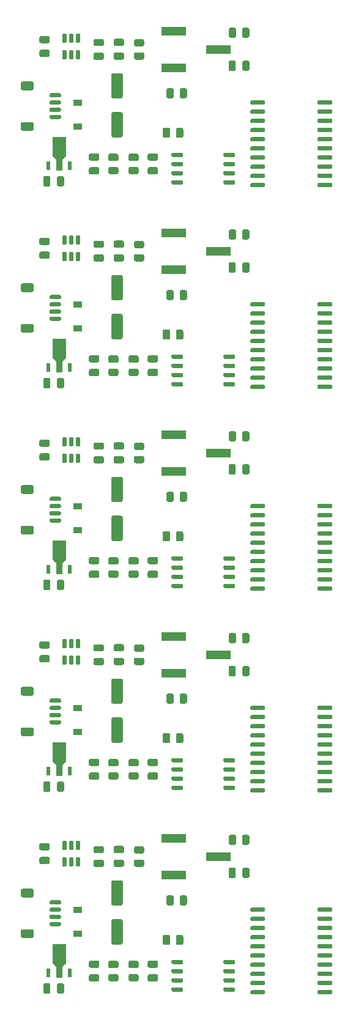
<source format=gtp>
G04 #@! TF.GenerationSoftware,KiCad,Pcbnew,6.0.2+dfsg-1*
G04 #@! TF.CreationDate,2023-11-02T10:53:08-06:00*
G04 #@! TF.ProjectId,ckt-dingdong-flash-array,636b742d-6469-46e6-9764-6f6e672d666c,rev?*
G04 #@! TF.SameCoordinates,Original*
G04 #@! TF.FileFunction,Paste,Top*
G04 #@! TF.FilePolarity,Positive*
%FSLAX46Y46*%
G04 Gerber Fmt 4.6, Leading zero omitted, Abs format (unit mm)*
G04 Created by KiCad (PCBNEW 6.0.2+dfsg-1) date 2023-11-02 10:53:08*
%MOMM*%
%LPD*%
G01*
G04 APERTURE LIST*
%ADD10R,3.429000X1.193800*%
%ADD11R,3.454400X1.193800*%
%ADD12R,1.200000X0.900000*%
%ADD13R,0.550000X1.300000*%
G04 APERTURE END LIST*
G36*
G01*
X129229000Y-114435000D02*
X130179000Y-114435000D01*
G75*
G02*
X130429000Y-114685000I0J-250000D01*
G01*
X130429000Y-115185000D01*
G75*
G02*
X130179000Y-115435000I-250000J0D01*
G01*
X129229000Y-115435000D01*
G75*
G02*
X128979000Y-115185000I0J250000D01*
G01*
X128979000Y-114685000D01*
G75*
G02*
X129229000Y-114435000I250000J0D01*
G01*
G37*
G36*
G01*
X129229000Y-116335000D02*
X130179000Y-116335000D01*
G75*
G02*
X130429000Y-116585000I0J-250000D01*
G01*
X130429000Y-117085000D01*
G75*
G02*
X130179000Y-117335000I-250000J0D01*
G01*
X129229000Y-117335000D01*
G75*
G02*
X128979000Y-117085000I0J250000D01*
G01*
X128979000Y-116585000D01*
G75*
G02*
X129229000Y-116335000I250000J0D01*
G01*
G37*
G36*
G01*
X148909000Y-99433000D02*
X148909000Y-100333000D01*
G75*
G02*
X148659000Y-100583000I-250000J0D01*
G01*
X148134000Y-100583000D01*
G75*
G02*
X147884000Y-100333000I0J250000D01*
G01*
X147884000Y-99433000D01*
G75*
G02*
X148134000Y-99183000I250000J0D01*
G01*
X148659000Y-99183000D01*
G75*
G02*
X148909000Y-99433000I0J-250000D01*
G01*
G37*
G36*
G01*
X147084000Y-99433000D02*
X147084000Y-100333000D01*
G75*
G02*
X146834000Y-100583000I-250000J0D01*
G01*
X146309000Y-100583000D01*
G75*
G02*
X146059000Y-100333000I0J250000D01*
G01*
X146059000Y-99433000D01*
G75*
G02*
X146309000Y-99183000I250000J0D01*
G01*
X146834000Y-99183000D01*
G75*
G02*
X147084000Y-99433000I0J-250000D01*
G01*
G37*
G36*
G01*
X137037000Y-161531000D02*
X136087000Y-161531000D01*
G75*
G02*
X135837000Y-161281000I0J250000D01*
G01*
X135837000Y-160781000D01*
G75*
G02*
X136087000Y-160531000I250000J0D01*
G01*
X137037000Y-160531000D01*
G75*
G02*
X137287000Y-160781000I0J-250000D01*
G01*
X137287000Y-161281000D01*
G75*
G02*
X137037000Y-161531000I-250000J0D01*
G01*
G37*
G36*
G01*
X137037000Y-159631000D02*
X136087000Y-159631000D01*
G75*
G02*
X135837000Y-159381000I0J250000D01*
G01*
X135837000Y-158881000D01*
G75*
G02*
X136087000Y-158631000I250000J0D01*
G01*
X137037000Y-158631000D01*
G75*
G02*
X137287000Y-158881000I0J-250000D01*
G01*
X137287000Y-159381000D01*
G75*
G02*
X137037000Y-159631000I-250000J0D01*
G01*
G37*
D10*
X147572900Y-29906000D03*
D11*
X153732400Y-32446000D03*
D10*
X147572900Y-34986000D03*
G36*
G01*
X169542000Y-51092000D02*
X169542000Y-51392000D01*
G75*
G02*
X169392000Y-51542000I-150000J0D01*
G01*
X167642000Y-51542000D01*
G75*
G02*
X167492000Y-51392000I0J150000D01*
G01*
X167492000Y-51092000D01*
G75*
G02*
X167642000Y-50942000I150000J0D01*
G01*
X169392000Y-50942000D01*
G75*
G02*
X169542000Y-51092000I0J-150000D01*
G01*
G37*
G36*
G01*
X169542000Y-49822000D02*
X169542000Y-50122000D01*
G75*
G02*
X169392000Y-50272000I-150000J0D01*
G01*
X167642000Y-50272000D01*
G75*
G02*
X167492000Y-50122000I0J150000D01*
G01*
X167492000Y-49822000D01*
G75*
G02*
X167642000Y-49672000I150000J0D01*
G01*
X169392000Y-49672000D01*
G75*
G02*
X169542000Y-49822000I0J-150000D01*
G01*
G37*
G36*
G01*
X169542000Y-48552000D02*
X169542000Y-48852000D01*
G75*
G02*
X169392000Y-49002000I-150000J0D01*
G01*
X167642000Y-49002000D01*
G75*
G02*
X167492000Y-48852000I0J150000D01*
G01*
X167492000Y-48552000D01*
G75*
G02*
X167642000Y-48402000I150000J0D01*
G01*
X169392000Y-48402000D01*
G75*
G02*
X169542000Y-48552000I0J-150000D01*
G01*
G37*
G36*
G01*
X169542000Y-47282000D02*
X169542000Y-47582000D01*
G75*
G02*
X169392000Y-47732000I-150000J0D01*
G01*
X167642000Y-47732000D01*
G75*
G02*
X167492000Y-47582000I0J150000D01*
G01*
X167492000Y-47282000D01*
G75*
G02*
X167642000Y-47132000I150000J0D01*
G01*
X169392000Y-47132000D01*
G75*
G02*
X169542000Y-47282000I0J-150000D01*
G01*
G37*
G36*
G01*
X169542000Y-46012000D02*
X169542000Y-46312000D01*
G75*
G02*
X169392000Y-46462000I-150000J0D01*
G01*
X167642000Y-46462000D01*
G75*
G02*
X167492000Y-46312000I0J150000D01*
G01*
X167492000Y-46012000D01*
G75*
G02*
X167642000Y-45862000I150000J0D01*
G01*
X169392000Y-45862000D01*
G75*
G02*
X169542000Y-46012000I0J-150000D01*
G01*
G37*
G36*
G01*
X169542000Y-44742000D02*
X169542000Y-45042000D01*
G75*
G02*
X169392000Y-45192000I-150000J0D01*
G01*
X167642000Y-45192000D01*
G75*
G02*
X167492000Y-45042000I0J150000D01*
G01*
X167492000Y-44742000D01*
G75*
G02*
X167642000Y-44592000I150000J0D01*
G01*
X169392000Y-44592000D01*
G75*
G02*
X169542000Y-44742000I0J-150000D01*
G01*
G37*
G36*
G01*
X169542000Y-43472000D02*
X169542000Y-43772000D01*
G75*
G02*
X169392000Y-43922000I-150000J0D01*
G01*
X167642000Y-43922000D01*
G75*
G02*
X167492000Y-43772000I0J150000D01*
G01*
X167492000Y-43472000D01*
G75*
G02*
X167642000Y-43322000I150000J0D01*
G01*
X169392000Y-43322000D01*
G75*
G02*
X169542000Y-43472000I0J-150000D01*
G01*
G37*
G36*
G01*
X169542000Y-42202000D02*
X169542000Y-42502000D01*
G75*
G02*
X169392000Y-42652000I-150000J0D01*
G01*
X167642000Y-42652000D01*
G75*
G02*
X167492000Y-42502000I0J150000D01*
G01*
X167492000Y-42202000D01*
G75*
G02*
X167642000Y-42052000I150000J0D01*
G01*
X169392000Y-42052000D01*
G75*
G02*
X169542000Y-42202000I0J-150000D01*
G01*
G37*
G36*
G01*
X169542000Y-40932000D02*
X169542000Y-41232000D01*
G75*
G02*
X169392000Y-41382000I-150000J0D01*
G01*
X167642000Y-41382000D01*
G75*
G02*
X167492000Y-41232000I0J150000D01*
G01*
X167492000Y-40932000D01*
G75*
G02*
X167642000Y-40782000I150000J0D01*
G01*
X169392000Y-40782000D01*
G75*
G02*
X169542000Y-40932000I0J-150000D01*
G01*
G37*
G36*
G01*
X169542000Y-39662000D02*
X169542000Y-39962000D01*
G75*
G02*
X169392000Y-40112000I-150000J0D01*
G01*
X167642000Y-40112000D01*
G75*
G02*
X167492000Y-39962000I0J150000D01*
G01*
X167492000Y-39662000D01*
G75*
G02*
X167642000Y-39512000I150000J0D01*
G01*
X169392000Y-39512000D01*
G75*
G02*
X169542000Y-39662000I0J-150000D01*
G01*
G37*
G36*
G01*
X160242000Y-39662000D02*
X160242000Y-39962000D01*
G75*
G02*
X160092000Y-40112000I-150000J0D01*
G01*
X158342000Y-40112000D01*
G75*
G02*
X158192000Y-39962000I0J150000D01*
G01*
X158192000Y-39662000D01*
G75*
G02*
X158342000Y-39512000I150000J0D01*
G01*
X160092000Y-39512000D01*
G75*
G02*
X160242000Y-39662000I0J-150000D01*
G01*
G37*
G36*
G01*
X160242000Y-40932000D02*
X160242000Y-41232000D01*
G75*
G02*
X160092000Y-41382000I-150000J0D01*
G01*
X158342000Y-41382000D01*
G75*
G02*
X158192000Y-41232000I0J150000D01*
G01*
X158192000Y-40932000D01*
G75*
G02*
X158342000Y-40782000I150000J0D01*
G01*
X160092000Y-40782000D01*
G75*
G02*
X160242000Y-40932000I0J-150000D01*
G01*
G37*
G36*
G01*
X160242000Y-42202000D02*
X160242000Y-42502000D01*
G75*
G02*
X160092000Y-42652000I-150000J0D01*
G01*
X158342000Y-42652000D01*
G75*
G02*
X158192000Y-42502000I0J150000D01*
G01*
X158192000Y-42202000D01*
G75*
G02*
X158342000Y-42052000I150000J0D01*
G01*
X160092000Y-42052000D01*
G75*
G02*
X160242000Y-42202000I0J-150000D01*
G01*
G37*
G36*
G01*
X160242000Y-43472000D02*
X160242000Y-43772000D01*
G75*
G02*
X160092000Y-43922000I-150000J0D01*
G01*
X158342000Y-43922000D01*
G75*
G02*
X158192000Y-43772000I0J150000D01*
G01*
X158192000Y-43472000D01*
G75*
G02*
X158342000Y-43322000I150000J0D01*
G01*
X160092000Y-43322000D01*
G75*
G02*
X160242000Y-43472000I0J-150000D01*
G01*
G37*
G36*
G01*
X160242000Y-44742000D02*
X160242000Y-45042000D01*
G75*
G02*
X160092000Y-45192000I-150000J0D01*
G01*
X158342000Y-45192000D01*
G75*
G02*
X158192000Y-45042000I0J150000D01*
G01*
X158192000Y-44742000D01*
G75*
G02*
X158342000Y-44592000I150000J0D01*
G01*
X160092000Y-44592000D01*
G75*
G02*
X160242000Y-44742000I0J-150000D01*
G01*
G37*
G36*
G01*
X160242000Y-46012000D02*
X160242000Y-46312000D01*
G75*
G02*
X160092000Y-46462000I-150000J0D01*
G01*
X158342000Y-46462000D01*
G75*
G02*
X158192000Y-46312000I0J150000D01*
G01*
X158192000Y-46012000D01*
G75*
G02*
X158342000Y-45862000I150000J0D01*
G01*
X160092000Y-45862000D01*
G75*
G02*
X160242000Y-46012000I0J-150000D01*
G01*
G37*
G36*
G01*
X160242000Y-47282000D02*
X160242000Y-47582000D01*
G75*
G02*
X160092000Y-47732000I-150000J0D01*
G01*
X158342000Y-47732000D01*
G75*
G02*
X158192000Y-47582000I0J150000D01*
G01*
X158192000Y-47282000D01*
G75*
G02*
X158342000Y-47132000I150000J0D01*
G01*
X160092000Y-47132000D01*
G75*
G02*
X160242000Y-47282000I0J-150000D01*
G01*
G37*
G36*
G01*
X160242000Y-48552000D02*
X160242000Y-48852000D01*
G75*
G02*
X160092000Y-49002000I-150000J0D01*
G01*
X158342000Y-49002000D01*
G75*
G02*
X158192000Y-48852000I0J150000D01*
G01*
X158192000Y-48552000D01*
G75*
G02*
X158342000Y-48402000I150000J0D01*
G01*
X160092000Y-48402000D01*
G75*
G02*
X160242000Y-48552000I0J-150000D01*
G01*
G37*
G36*
G01*
X160242000Y-49822000D02*
X160242000Y-50122000D01*
G75*
G02*
X160092000Y-50272000I-150000J0D01*
G01*
X158342000Y-50272000D01*
G75*
G02*
X158192000Y-50122000I0J150000D01*
G01*
X158192000Y-49822000D01*
G75*
G02*
X158342000Y-49672000I150000J0D01*
G01*
X160092000Y-49672000D01*
G75*
G02*
X160242000Y-49822000I0J-150000D01*
G01*
G37*
G36*
G01*
X160242000Y-51092000D02*
X160242000Y-51392000D01*
G75*
G02*
X160092000Y-51542000I-150000J0D01*
G01*
X158342000Y-51542000D01*
G75*
G02*
X158192000Y-51392000I0J150000D01*
G01*
X158192000Y-51092000D01*
G75*
G02*
X158342000Y-50942000I150000J0D01*
G01*
X160092000Y-50942000D01*
G75*
G02*
X160242000Y-51092000I0J-150000D01*
G01*
G37*
G36*
G01*
X137037000Y-133591000D02*
X136087000Y-133591000D01*
G75*
G02*
X135837000Y-133341000I0J250000D01*
G01*
X135837000Y-132841000D01*
G75*
G02*
X136087000Y-132591000I250000J0D01*
G01*
X137037000Y-132591000D01*
G75*
G02*
X137287000Y-132841000I0J-250000D01*
G01*
X137287000Y-133341000D01*
G75*
G02*
X137037000Y-133591000I-250000J0D01*
G01*
G37*
G36*
G01*
X137037000Y-131691000D02*
X136087000Y-131691000D01*
G75*
G02*
X135837000Y-131441000I0J250000D01*
G01*
X135837000Y-130941000D01*
G75*
G02*
X136087000Y-130691000I250000J0D01*
G01*
X137037000Y-130691000D01*
G75*
G02*
X137287000Y-130941000I0J-250000D01*
G01*
X137287000Y-131441000D01*
G75*
G02*
X137037000Y-131691000I-250000J0D01*
G01*
G37*
G36*
G01*
X129524000Y-79149000D02*
X129524000Y-78199000D01*
G75*
G02*
X129774000Y-77949000I250000J0D01*
G01*
X130274000Y-77949000D01*
G75*
G02*
X130524000Y-78199000I0J-250000D01*
G01*
X130524000Y-79149000D01*
G75*
G02*
X130274000Y-79399000I-250000J0D01*
G01*
X129774000Y-79399000D01*
G75*
G02*
X129524000Y-79149000I0J250000D01*
G01*
G37*
G36*
G01*
X131424000Y-79149000D02*
X131424000Y-78199000D01*
G75*
G02*
X131674000Y-77949000I250000J0D01*
G01*
X132174000Y-77949000D01*
G75*
G02*
X132424000Y-78199000I0J-250000D01*
G01*
X132424000Y-79149000D01*
G75*
G02*
X132174000Y-79399000I-250000J0D01*
G01*
X131674000Y-79399000D01*
G75*
G02*
X131424000Y-79149000I0J250000D01*
G01*
G37*
G36*
G01*
X129229000Y-86495000D02*
X130179000Y-86495000D01*
G75*
G02*
X130429000Y-86745000I0J-250000D01*
G01*
X130429000Y-87245000D01*
G75*
G02*
X130179000Y-87495000I-250000J0D01*
G01*
X129229000Y-87495000D01*
G75*
G02*
X128979000Y-87245000I0J250000D01*
G01*
X128979000Y-86745000D01*
G75*
G02*
X129229000Y-86495000I250000J0D01*
G01*
G37*
G36*
G01*
X129229000Y-88395000D02*
X130179000Y-88395000D01*
G75*
G02*
X130429000Y-88645000I0J-250000D01*
G01*
X130429000Y-89145000D01*
G75*
G02*
X130179000Y-89395000I-250000J0D01*
G01*
X129229000Y-89395000D01*
G75*
G02*
X128979000Y-89145000I0J250000D01*
G01*
X128979000Y-88645000D01*
G75*
G02*
X129229000Y-88395000I250000J0D01*
G01*
G37*
D12*
X134276000Y-71053000D03*
X134276000Y-67753000D03*
X134276000Y-154873000D03*
X134276000Y-151573000D03*
G36*
G01*
X169542000Y-134912000D02*
X169542000Y-135212000D01*
G75*
G02*
X169392000Y-135362000I-150000J0D01*
G01*
X167642000Y-135362000D01*
G75*
G02*
X167492000Y-135212000I0J150000D01*
G01*
X167492000Y-134912000D01*
G75*
G02*
X167642000Y-134762000I150000J0D01*
G01*
X169392000Y-134762000D01*
G75*
G02*
X169542000Y-134912000I0J-150000D01*
G01*
G37*
G36*
G01*
X169542000Y-133642000D02*
X169542000Y-133942000D01*
G75*
G02*
X169392000Y-134092000I-150000J0D01*
G01*
X167642000Y-134092000D01*
G75*
G02*
X167492000Y-133942000I0J150000D01*
G01*
X167492000Y-133642000D01*
G75*
G02*
X167642000Y-133492000I150000J0D01*
G01*
X169392000Y-133492000D01*
G75*
G02*
X169542000Y-133642000I0J-150000D01*
G01*
G37*
G36*
G01*
X169542000Y-132372000D02*
X169542000Y-132672000D01*
G75*
G02*
X169392000Y-132822000I-150000J0D01*
G01*
X167642000Y-132822000D01*
G75*
G02*
X167492000Y-132672000I0J150000D01*
G01*
X167492000Y-132372000D01*
G75*
G02*
X167642000Y-132222000I150000J0D01*
G01*
X169392000Y-132222000D01*
G75*
G02*
X169542000Y-132372000I0J-150000D01*
G01*
G37*
G36*
G01*
X169542000Y-131102000D02*
X169542000Y-131402000D01*
G75*
G02*
X169392000Y-131552000I-150000J0D01*
G01*
X167642000Y-131552000D01*
G75*
G02*
X167492000Y-131402000I0J150000D01*
G01*
X167492000Y-131102000D01*
G75*
G02*
X167642000Y-130952000I150000J0D01*
G01*
X169392000Y-130952000D01*
G75*
G02*
X169542000Y-131102000I0J-150000D01*
G01*
G37*
G36*
G01*
X169542000Y-129832000D02*
X169542000Y-130132000D01*
G75*
G02*
X169392000Y-130282000I-150000J0D01*
G01*
X167642000Y-130282000D01*
G75*
G02*
X167492000Y-130132000I0J150000D01*
G01*
X167492000Y-129832000D01*
G75*
G02*
X167642000Y-129682000I150000J0D01*
G01*
X169392000Y-129682000D01*
G75*
G02*
X169542000Y-129832000I0J-150000D01*
G01*
G37*
G36*
G01*
X169542000Y-128562000D02*
X169542000Y-128862000D01*
G75*
G02*
X169392000Y-129012000I-150000J0D01*
G01*
X167642000Y-129012000D01*
G75*
G02*
X167492000Y-128862000I0J150000D01*
G01*
X167492000Y-128562000D01*
G75*
G02*
X167642000Y-128412000I150000J0D01*
G01*
X169392000Y-128412000D01*
G75*
G02*
X169542000Y-128562000I0J-150000D01*
G01*
G37*
G36*
G01*
X169542000Y-127292000D02*
X169542000Y-127592000D01*
G75*
G02*
X169392000Y-127742000I-150000J0D01*
G01*
X167642000Y-127742000D01*
G75*
G02*
X167492000Y-127592000I0J150000D01*
G01*
X167492000Y-127292000D01*
G75*
G02*
X167642000Y-127142000I150000J0D01*
G01*
X169392000Y-127142000D01*
G75*
G02*
X169542000Y-127292000I0J-150000D01*
G01*
G37*
G36*
G01*
X169542000Y-126022000D02*
X169542000Y-126322000D01*
G75*
G02*
X169392000Y-126472000I-150000J0D01*
G01*
X167642000Y-126472000D01*
G75*
G02*
X167492000Y-126322000I0J150000D01*
G01*
X167492000Y-126022000D01*
G75*
G02*
X167642000Y-125872000I150000J0D01*
G01*
X169392000Y-125872000D01*
G75*
G02*
X169542000Y-126022000I0J-150000D01*
G01*
G37*
G36*
G01*
X169542000Y-124752000D02*
X169542000Y-125052000D01*
G75*
G02*
X169392000Y-125202000I-150000J0D01*
G01*
X167642000Y-125202000D01*
G75*
G02*
X167492000Y-125052000I0J150000D01*
G01*
X167492000Y-124752000D01*
G75*
G02*
X167642000Y-124602000I150000J0D01*
G01*
X169392000Y-124602000D01*
G75*
G02*
X169542000Y-124752000I0J-150000D01*
G01*
G37*
G36*
G01*
X169542000Y-123482000D02*
X169542000Y-123782000D01*
G75*
G02*
X169392000Y-123932000I-150000J0D01*
G01*
X167642000Y-123932000D01*
G75*
G02*
X167492000Y-123782000I0J150000D01*
G01*
X167492000Y-123482000D01*
G75*
G02*
X167642000Y-123332000I150000J0D01*
G01*
X169392000Y-123332000D01*
G75*
G02*
X169542000Y-123482000I0J-150000D01*
G01*
G37*
G36*
G01*
X160242000Y-123482000D02*
X160242000Y-123782000D01*
G75*
G02*
X160092000Y-123932000I-150000J0D01*
G01*
X158342000Y-123932000D01*
G75*
G02*
X158192000Y-123782000I0J150000D01*
G01*
X158192000Y-123482000D01*
G75*
G02*
X158342000Y-123332000I150000J0D01*
G01*
X160092000Y-123332000D01*
G75*
G02*
X160242000Y-123482000I0J-150000D01*
G01*
G37*
G36*
G01*
X160242000Y-124752000D02*
X160242000Y-125052000D01*
G75*
G02*
X160092000Y-125202000I-150000J0D01*
G01*
X158342000Y-125202000D01*
G75*
G02*
X158192000Y-125052000I0J150000D01*
G01*
X158192000Y-124752000D01*
G75*
G02*
X158342000Y-124602000I150000J0D01*
G01*
X160092000Y-124602000D01*
G75*
G02*
X160242000Y-124752000I0J-150000D01*
G01*
G37*
G36*
G01*
X160242000Y-126022000D02*
X160242000Y-126322000D01*
G75*
G02*
X160092000Y-126472000I-150000J0D01*
G01*
X158342000Y-126472000D01*
G75*
G02*
X158192000Y-126322000I0J150000D01*
G01*
X158192000Y-126022000D01*
G75*
G02*
X158342000Y-125872000I150000J0D01*
G01*
X160092000Y-125872000D01*
G75*
G02*
X160242000Y-126022000I0J-150000D01*
G01*
G37*
G36*
G01*
X160242000Y-127292000D02*
X160242000Y-127592000D01*
G75*
G02*
X160092000Y-127742000I-150000J0D01*
G01*
X158342000Y-127742000D01*
G75*
G02*
X158192000Y-127592000I0J150000D01*
G01*
X158192000Y-127292000D01*
G75*
G02*
X158342000Y-127142000I150000J0D01*
G01*
X160092000Y-127142000D01*
G75*
G02*
X160242000Y-127292000I0J-150000D01*
G01*
G37*
G36*
G01*
X160242000Y-128562000D02*
X160242000Y-128862000D01*
G75*
G02*
X160092000Y-129012000I-150000J0D01*
G01*
X158342000Y-129012000D01*
G75*
G02*
X158192000Y-128862000I0J150000D01*
G01*
X158192000Y-128562000D01*
G75*
G02*
X158342000Y-128412000I150000J0D01*
G01*
X160092000Y-128412000D01*
G75*
G02*
X160242000Y-128562000I0J-150000D01*
G01*
G37*
G36*
G01*
X160242000Y-129832000D02*
X160242000Y-130132000D01*
G75*
G02*
X160092000Y-130282000I-150000J0D01*
G01*
X158342000Y-130282000D01*
G75*
G02*
X158192000Y-130132000I0J150000D01*
G01*
X158192000Y-129832000D01*
G75*
G02*
X158342000Y-129682000I150000J0D01*
G01*
X160092000Y-129682000D01*
G75*
G02*
X160242000Y-129832000I0J-150000D01*
G01*
G37*
G36*
G01*
X160242000Y-131102000D02*
X160242000Y-131402000D01*
G75*
G02*
X160092000Y-131552000I-150000J0D01*
G01*
X158342000Y-131552000D01*
G75*
G02*
X158192000Y-131402000I0J150000D01*
G01*
X158192000Y-131102000D01*
G75*
G02*
X158342000Y-130952000I150000J0D01*
G01*
X160092000Y-130952000D01*
G75*
G02*
X160242000Y-131102000I0J-150000D01*
G01*
G37*
G36*
G01*
X160242000Y-132372000D02*
X160242000Y-132672000D01*
G75*
G02*
X160092000Y-132822000I-150000J0D01*
G01*
X158342000Y-132822000D01*
G75*
G02*
X158192000Y-132672000I0J150000D01*
G01*
X158192000Y-132372000D01*
G75*
G02*
X158342000Y-132222000I150000J0D01*
G01*
X160092000Y-132222000D01*
G75*
G02*
X160242000Y-132372000I0J-150000D01*
G01*
G37*
G36*
G01*
X160242000Y-133642000D02*
X160242000Y-133942000D01*
G75*
G02*
X160092000Y-134092000I-150000J0D01*
G01*
X158342000Y-134092000D01*
G75*
G02*
X158192000Y-133942000I0J150000D01*
G01*
X158192000Y-133642000D01*
G75*
G02*
X158342000Y-133492000I150000J0D01*
G01*
X160092000Y-133492000D01*
G75*
G02*
X160242000Y-133642000I0J-150000D01*
G01*
G37*
G36*
G01*
X160242000Y-134912000D02*
X160242000Y-135212000D01*
G75*
G02*
X160092000Y-135362000I-150000J0D01*
G01*
X158342000Y-135362000D01*
G75*
G02*
X158192000Y-135212000I0J150000D01*
G01*
X158192000Y-134912000D01*
G75*
G02*
X158342000Y-134762000I150000J0D01*
G01*
X160092000Y-134762000D01*
G75*
G02*
X160242000Y-134912000I0J-150000D01*
G01*
G37*
G36*
G01*
X155203000Y-58550000D02*
X155203000Y-57650000D01*
G75*
G02*
X155453000Y-57400000I250000J0D01*
G01*
X155978000Y-57400000D01*
G75*
G02*
X156228000Y-57650000I0J-250000D01*
G01*
X156228000Y-58550000D01*
G75*
G02*
X155978000Y-58800000I-250000J0D01*
G01*
X155453000Y-58800000D01*
G75*
G02*
X155203000Y-58550000I0J250000D01*
G01*
G37*
G36*
G01*
X157028000Y-58550000D02*
X157028000Y-57650000D01*
G75*
G02*
X157278000Y-57400000I250000J0D01*
G01*
X157803000Y-57400000D01*
G75*
G02*
X158053000Y-57650000I0J-250000D01*
G01*
X158053000Y-58550000D01*
G75*
G02*
X157803000Y-58800000I-250000J0D01*
G01*
X157278000Y-58800000D01*
G75*
G02*
X157028000Y-58550000I0J250000D01*
G01*
G37*
X134276000Y-43113000D03*
X134276000Y-39813000D03*
G36*
G01*
X138779000Y-130716000D02*
X139679000Y-130716000D01*
G75*
G02*
X139929000Y-130966000I0J-250000D01*
G01*
X139929000Y-131491000D01*
G75*
G02*
X139679000Y-131741000I-250000J0D01*
G01*
X138779000Y-131741000D01*
G75*
G02*
X138529000Y-131491000I0J250000D01*
G01*
X138529000Y-130966000D01*
G75*
G02*
X138779000Y-130716000I250000J0D01*
G01*
G37*
G36*
G01*
X138779000Y-132541000D02*
X139679000Y-132541000D01*
G75*
G02*
X139929000Y-132791000I0J-250000D01*
G01*
X139929000Y-133316000D01*
G75*
G02*
X139679000Y-133566000I-250000J0D01*
G01*
X138779000Y-133566000D01*
G75*
G02*
X138529000Y-133316000I0J250000D01*
G01*
X138529000Y-132791000D01*
G75*
G02*
X138779000Y-132541000I250000J0D01*
G01*
G37*
G36*
G01*
X147275000Y-75141000D02*
X147275000Y-74841000D01*
G75*
G02*
X147425000Y-74691000I150000J0D01*
G01*
X148725000Y-74691000D01*
G75*
G02*
X148875000Y-74841000I0J-150000D01*
G01*
X148875000Y-75141000D01*
G75*
G02*
X148725000Y-75291000I-150000J0D01*
G01*
X147425000Y-75291000D01*
G75*
G02*
X147275000Y-75141000I0J150000D01*
G01*
G37*
G36*
G01*
X147275000Y-76411000D02*
X147275000Y-76111000D01*
G75*
G02*
X147425000Y-75961000I150000J0D01*
G01*
X148725000Y-75961000D01*
G75*
G02*
X148875000Y-76111000I0J-150000D01*
G01*
X148875000Y-76411000D01*
G75*
G02*
X148725000Y-76561000I-150000J0D01*
G01*
X147425000Y-76561000D01*
G75*
G02*
X147275000Y-76411000I0J150000D01*
G01*
G37*
G36*
G01*
X147275000Y-77681000D02*
X147275000Y-77381000D01*
G75*
G02*
X147425000Y-77231000I150000J0D01*
G01*
X148725000Y-77231000D01*
G75*
G02*
X148875000Y-77381000I0J-150000D01*
G01*
X148875000Y-77681000D01*
G75*
G02*
X148725000Y-77831000I-150000J0D01*
G01*
X147425000Y-77831000D01*
G75*
G02*
X147275000Y-77681000I0J150000D01*
G01*
G37*
G36*
G01*
X147275000Y-78951000D02*
X147275000Y-78651000D01*
G75*
G02*
X147425000Y-78501000I150000J0D01*
G01*
X148725000Y-78501000D01*
G75*
G02*
X148875000Y-78651000I0J-150000D01*
G01*
X148875000Y-78951000D01*
G75*
G02*
X148725000Y-79101000I-150000J0D01*
G01*
X147425000Y-79101000D01*
G75*
G02*
X147275000Y-78951000I0J150000D01*
G01*
G37*
G36*
G01*
X154475000Y-78951000D02*
X154475000Y-78651000D01*
G75*
G02*
X154625000Y-78501000I150000J0D01*
G01*
X155925000Y-78501000D01*
G75*
G02*
X156075000Y-78651000I0J-150000D01*
G01*
X156075000Y-78951000D01*
G75*
G02*
X155925000Y-79101000I-150000J0D01*
G01*
X154625000Y-79101000D01*
G75*
G02*
X154475000Y-78951000I0J150000D01*
G01*
G37*
G36*
G01*
X154475000Y-77681000D02*
X154475000Y-77381000D01*
G75*
G02*
X154625000Y-77231000I150000J0D01*
G01*
X155925000Y-77231000D01*
G75*
G02*
X156075000Y-77381000I0J-150000D01*
G01*
X156075000Y-77681000D01*
G75*
G02*
X155925000Y-77831000I-150000J0D01*
G01*
X154625000Y-77831000D01*
G75*
G02*
X154475000Y-77681000I0J150000D01*
G01*
G37*
G36*
G01*
X154475000Y-76411000D02*
X154475000Y-76111000D01*
G75*
G02*
X154625000Y-75961000I150000J0D01*
G01*
X155925000Y-75961000D01*
G75*
G02*
X156075000Y-76111000I0J-150000D01*
G01*
X156075000Y-76411000D01*
G75*
G02*
X155925000Y-76561000I-150000J0D01*
G01*
X154625000Y-76561000D01*
G75*
G02*
X154475000Y-76411000I0J150000D01*
G01*
G37*
G36*
G01*
X154475000Y-75141000D02*
X154475000Y-74841000D01*
G75*
G02*
X154625000Y-74691000I150000J0D01*
G01*
X155925000Y-74691000D01*
G75*
G02*
X156075000Y-74841000I0J-150000D01*
G01*
X156075000Y-75141000D01*
G75*
G02*
X155925000Y-75291000I-150000J0D01*
G01*
X154625000Y-75291000D01*
G75*
G02*
X154475000Y-75141000I0J150000D01*
G01*
G37*
G36*
G01*
X142335000Y-114861000D02*
X143235000Y-114861000D01*
G75*
G02*
X143485000Y-115111000I0J-250000D01*
G01*
X143485000Y-115636000D01*
G75*
G02*
X143235000Y-115886000I-250000J0D01*
G01*
X142335000Y-115886000D01*
G75*
G02*
X142085000Y-115636000I0J250000D01*
G01*
X142085000Y-115111000D01*
G75*
G02*
X142335000Y-114861000I250000J0D01*
G01*
G37*
G36*
G01*
X142335000Y-116686000D02*
X143235000Y-116686000D01*
G75*
G02*
X143485000Y-116936000I0J-250000D01*
G01*
X143485000Y-117461000D01*
G75*
G02*
X143235000Y-117711000I-250000J0D01*
G01*
X142335000Y-117711000D01*
G75*
G02*
X142085000Y-117461000I0J250000D01*
G01*
X142085000Y-116936000D01*
G75*
G02*
X142335000Y-116686000I250000J0D01*
G01*
G37*
G36*
G01*
X146567000Y-38992000D02*
X146567000Y-38092000D01*
G75*
G02*
X146817000Y-37842000I250000J0D01*
G01*
X147342000Y-37842000D01*
G75*
G02*
X147592000Y-38092000I0J-250000D01*
G01*
X147592000Y-38992000D01*
G75*
G02*
X147342000Y-39242000I-250000J0D01*
G01*
X146817000Y-39242000D01*
G75*
G02*
X146567000Y-38992000I0J250000D01*
G01*
G37*
G36*
G01*
X148392000Y-38992000D02*
X148392000Y-38092000D01*
G75*
G02*
X148642000Y-37842000I250000J0D01*
G01*
X149167000Y-37842000D01*
G75*
G02*
X149417000Y-38092000I0J-250000D01*
G01*
X149417000Y-38992000D01*
G75*
G02*
X149167000Y-39242000I-250000J0D01*
G01*
X148642000Y-39242000D01*
G75*
G02*
X148392000Y-38992000I0J250000D01*
G01*
G37*
G36*
G01*
X146567000Y-150752000D02*
X146567000Y-149852000D01*
G75*
G02*
X146817000Y-149602000I250000J0D01*
G01*
X147342000Y-149602000D01*
G75*
G02*
X147592000Y-149852000I0J-250000D01*
G01*
X147592000Y-150752000D01*
G75*
G02*
X147342000Y-151002000I-250000J0D01*
G01*
X146817000Y-151002000D01*
G75*
G02*
X146567000Y-150752000I0J250000D01*
G01*
G37*
G36*
G01*
X148392000Y-150752000D02*
X148392000Y-149852000D01*
G75*
G02*
X148642000Y-149602000I250000J0D01*
G01*
X149167000Y-149602000D01*
G75*
G02*
X149417000Y-149852000I0J-250000D01*
G01*
X149417000Y-150752000D01*
G75*
G02*
X149167000Y-151002000I-250000J0D01*
G01*
X148642000Y-151002000D01*
G75*
G02*
X148392000Y-150752000I0J250000D01*
G01*
G37*
D10*
X147572900Y-141666000D03*
D11*
X153732400Y-144206000D03*
D10*
X147572900Y-146746000D03*
G36*
G01*
X158078000Y-146017000D02*
X158078000Y-146967000D01*
G75*
G02*
X157828000Y-147217000I-250000J0D01*
G01*
X157328000Y-147217000D01*
G75*
G02*
X157078000Y-146967000I0J250000D01*
G01*
X157078000Y-146017000D01*
G75*
G02*
X157328000Y-145767000I250000J0D01*
G01*
X157828000Y-145767000D01*
G75*
G02*
X158078000Y-146017000I0J-250000D01*
G01*
G37*
G36*
G01*
X156178000Y-146017000D02*
X156178000Y-146967000D01*
G75*
G02*
X155928000Y-147217000I-250000J0D01*
G01*
X155428000Y-147217000D01*
G75*
G02*
X155178000Y-146967000I0J250000D01*
G01*
X155178000Y-146017000D01*
G75*
G02*
X155428000Y-145767000I250000J0D01*
G01*
X155928000Y-145767000D01*
G75*
G02*
X156178000Y-146017000I0J-250000D01*
G01*
G37*
G36*
G01*
X155203000Y-86490000D02*
X155203000Y-85590000D01*
G75*
G02*
X155453000Y-85340000I250000J0D01*
G01*
X155978000Y-85340000D01*
G75*
G02*
X156228000Y-85590000I0J-250000D01*
G01*
X156228000Y-86490000D01*
G75*
G02*
X155978000Y-86740000I-250000J0D01*
G01*
X155453000Y-86740000D01*
G75*
G02*
X155203000Y-86490000I0J250000D01*
G01*
G37*
G36*
G01*
X157028000Y-86490000D02*
X157028000Y-85590000D01*
G75*
G02*
X157278000Y-85340000I250000J0D01*
G01*
X157803000Y-85340000D01*
G75*
G02*
X158053000Y-85590000I0J-250000D01*
G01*
X158053000Y-86490000D01*
G75*
G02*
X157803000Y-86740000I-250000J0D01*
G01*
X157278000Y-86740000D01*
G75*
G02*
X157028000Y-86490000I0J250000D01*
G01*
G37*
G36*
G01*
X158078000Y-118077000D02*
X158078000Y-119027000D01*
G75*
G02*
X157828000Y-119277000I-250000J0D01*
G01*
X157328000Y-119277000D01*
G75*
G02*
X157078000Y-119027000I0J250000D01*
G01*
X157078000Y-118077000D01*
G75*
G02*
X157328000Y-117827000I250000J0D01*
G01*
X157828000Y-117827000D01*
G75*
G02*
X158078000Y-118077000I0J-250000D01*
G01*
G37*
G36*
G01*
X156178000Y-118077000D02*
X156178000Y-119027000D01*
G75*
G02*
X155928000Y-119277000I-250000J0D01*
G01*
X155428000Y-119277000D01*
G75*
G02*
X155178000Y-119027000I0J250000D01*
G01*
X155178000Y-118077000D01*
G75*
G02*
X155428000Y-117827000I250000J0D01*
G01*
X155928000Y-117827000D01*
G75*
G02*
X156178000Y-118077000I0J-250000D01*
G01*
G37*
G36*
G01*
X158078000Y-34257000D02*
X158078000Y-35207000D01*
G75*
G02*
X157828000Y-35457000I-250000J0D01*
G01*
X157328000Y-35457000D01*
G75*
G02*
X157078000Y-35207000I0J250000D01*
G01*
X157078000Y-34257000D01*
G75*
G02*
X157328000Y-34007000I250000J0D01*
G01*
X157828000Y-34007000D01*
G75*
G02*
X158078000Y-34257000I0J-250000D01*
G01*
G37*
G36*
G01*
X156178000Y-34257000D02*
X156178000Y-35207000D01*
G75*
G02*
X155928000Y-35457000I-250000J0D01*
G01*
X155428000Y-35457000D01*
G75*
G02*
X155178000Y-35207000I0J250000D01*
G01*
X155178000Y-34257000D01*
G75*
G02*
X155428000Y-34007000I250000J0D01*
G01*
X155928000Y-34007000D01*
G75*
G02*
X156178000Y-34257000I0J-250000D01*
G01*
G37*
G36*
G01*
X169542000Y-106972000D02*
X169542000Y-107272000D01*
G75*
G02*
X169392000Y-107422000I-150000J0D01*
G01*
X167642000Y-107422000D01*
G75*
G02*
X167492000Y-107272000I0J150000D01*
G01*
X167492000Y-106972000D01*
G75*
G02*
X167642000Y-106822000I150000J0D01*
G01*
X169392000Y-106822000D01*
G75*
G02*
X169542000Y-106972000I0J-150000D01*
G01*
G37*
G36*
G01*
X169542000Y-105702000D02*
X169542000Y-106002000D01*
G75*
G02*
X169392000Y-106152000I-150000J0D01*
G01*
X167642000Y-106152000D01*
G75*
G02*
X167492000Y-106002000I0J150000D01*
G01*
X167492000Y-105702000D01*
G75*
G02*
X167642000Y-105552000I150000J0D01*
G01*
X169392000Y-105552000D01*
G75*
G02*
X169542000Y-105702000I0J-150000D01*
G01*
G37*
G36*
G01*
X169542000Y-104432000D02*
X169542000Y-104732000D01*
G75*
G02*
X169392000Y-104882000I-150000J0D01*
G01*
X167642000Y-104882000D01*
G75*
G02*
X167492000Y-104732000I0J150000D01*
G01*
X167492000Y-104432000D01*
G75*
G02*
X167642000Y-104282000I150000J0D01*
G01*
X169392000Y-104282000D01*
G75*
G02*
X169542000Y-104432000I0J-150000D01*
G01*
G37*
G36*
G01*
X169542000Y-103162000D02*
X169542000Y-103462000D01*
G75*
G02*
X169392000Y-103612000I-150000J0D01*
G01*
X167642000Y-103612000D01*
G75*
G02*
X167492000Y-103462000I0J150000D01*
G01*
X167492000Y-103162000D01*
G75*
G02*
X167642000Y-103012000I150000J0D01*
G01*
X169392000Y-103012000D01*
G75*
G02*
X169542000Y-103162000I0J-150000D01*
G01*
G37*
G36*
G01*
X169542000Y-101892000D02*
X169542000Y-102192000D01*
G75*
G02*
X169392000Y-102342000I-150000J0D01*
G01*
X167642000Y-102342000D01*
G75*
G02*
X167492000Y-102192000I0J150000D01*
G01*
X167492000Y-101892000D01*
G75*
G02*
X167642000Y-101742000I150000J0D01*
G01*
X169392000Y-101742000D01*
G75*
G02*
X169542000Y-101892000I0J-150000D01*
G01*
G37*
G36*
G01*
X169542000Y-100622000D02*
X169542000Y-100922000D01*
G75*
G02*
X169392000Y-101072000I-150000J0D01*
G01*
X167642000Y-101072000D01*
G75*
G02*
X167492000Y-100922000I0J150000D01*
G01*
X167492000Y-100622000D01*
G75*
G02*
X167642000Y-100472000I150000J0D01*
G01*
X169392000Y-100472000D01*
G75*
G02*
X169542000Y-100622000I0J-150000D01*
G01*
G37*
G36*
G01*
X169542000Y-99352000D02*
X169542000Y-99652000D01*
G75*
G02*
X169392000Y-99802000I-150000J0D01*
G01*
X167642000Y-99802000D01*
G75*
G02*
X167492000Y-99652000I0J150000D01*
G01*
X167492000Y-99352000D01*
G75*
G02*
X167642000Y-99202000I150000J0D01*
G01*
X169392000Y-99202000D01*
G75*
G02*
X169542000Y-99352000I0J-150000D01*
G01*
G37*
G36*
G01*
X169542000Y-98082000D02*
X169542000Y-98382000D01*
G75*
G02*
X169392000Y-98532000I-150000J0D01*
G01*
X167642000Y-98532000D01*
G75*
G02*
X167492000Y-98382000I0J150000D01*
G01*
X167492000Y-98082000D01*
G75*
G02*
X167642000Y-97932000I150000J0D01*
G01*
X169392000Y-97932000D01*
G75*
G02*
X169542000Y-98082000I0J-150000D01*
G01*
G37*
G36*
G01*
X169542000Y-96812000D02*
X169542000Y-97112000D01*
G75*
G02*
X169392000Y-97262000I-150000J0D01*
G01*
X167642000Y-97262000D01*
G75*
G02*
X167492000Y-97112000I0J150000D01*
G01*
X167492000Y-96812000D01*
G75*
G02*
X167642000Y-96662000I150000J0D01*
G01*
X169392000Y-96662000D01*
G75*
G02*
X169542000Y-96812000I0J-150000D01*
G01*
G37*
G36*
G01*
X169542000Y-95542000D02*
X169542000Y-95842000D01*
G75*
G02*
X169392000Y-95992000I-150000J0D01*
G01*
X167642000Y-95992000D01*
G75*
G02*
X167492000Y-95842000I0J150000D01*
G01*
X167492000Y-95542000D01*
G75*
G02*
X167642000Y-95392000I150000J0D01*
G01*
X169392000Y-95392000D01*
G75*
G02*
X169542000Y-95542000I0J-150000D01*
G01*
G37*
G36*
G01*
X160242000Y-95542000D02*
X160242000Y-95842000D01*
G75*
G02*
X160092000Y-95992000I-150000J0D01*
G01*
X158342000Y-95992000D01*
G75*
G02*
X158192000Y-95842000I0J150000D01*
G01*
X158192000Y-95542000D01*
G75*
G02*
X158342000Y-95392000I150000J0D01*
G01*
X160092000Y-95392000D01*
G75*
G02*
X160242000Y-95542000I0J-150000D01*
G01*
G37*
G36*
G01*
X160242000Y-96812000D02*
X160242000Y-97112000D01*
G75*
G02*
X160092000Y-97262000I-150000J0D01*
G01*
X158342000Y-97262000D01*
G75*
G02*
X158192000Y-97112000I0J150000D01*
G01*
X158192000Y-96812000D01*
G75*
G02*
X158342000Y-96662000I150000J0D01*
G01*
X160092000Y-96662000D01*
G75*
G02*
X160242000Y-96812000I0J-150000D01*
G01*
G37*
G36*
G01*
X160242000Y-98082000D02*
X160242000Y-98382000D01*
G75*
G02*
X160092000Y-98532000I-150000J0D01*
G01*
X158342000Y-98532000D01*
G75*
G02*
X158192000Y-98382000I0J150000D01*
G01*
X158192000Y-98082000D01*
G75*
G02*
X158342000Y-97932000I150000J0D01*
G01*
X160092000Y-97932000D01*
G75*
G02*
X160242000Y-98082000I0J-150000D01*
G01*
G37*
G36*
G01*
X160242000Y-99352000D02*
X160242000Y-99652000D01*
G75*
G02*
X160092000Y-99802000I-150000J0D01*
G01*
X158342000Y-99802000D01*
G75*
G02*
X158192000Y-99652000I0J150000D01*
G01*
X158192000Y-99352000D01*
G75*
G02*
X158342000Y-99202000I150000J0D01*
G01*
X160092000Y-99202000D01*
G75*
G02*
X160242000Y-99352000I0J-150000D01*
G01*
G37*
G36*
G01*
X160242000Y-100622000D02*
X160242000Y-100922000D01*
G75*
G02*
X160092000Y-101072000I-150000J0D01*
G01*
X158342000Y-101072000D01*
G75*
G02*
X158192000Y-100922000I0J150000D01*
G01*
X158192000Y-100622000D01*
G75*
G02*
X158342000Y-100472000I150000J0D01*
G01*
X160092000Y-100472000D01*
G75*
G02*
X160242000Y-100622000I0J-150000D01*
G01*
G37*
G36*
G01*
X160242000Y-101892000D02*
X160242000Y-102192000D01*
G75*
G02*
X160092000Y-102342000I-150000J0D01*
G01*
X158342000Y-102342000D01*
G75*
G02*
X158192000Y-102192000I0J150000D01*
G01*
X158192000Y-101892000D01*
G75*
G02*
X158342000Y-101742000I150000J0D01*
G01*
X160092000Y-101742000D01*
G75*
G02*
X160242000Y-101892000I0J-150000D01*
G01*
G37*
G36*
G01*
X160242000Y-103162000D02*
X160242000Y-103462000D01*
G75*
G02*
X160092000Y-103612000I-150000J0D01*
G01*
X158342000Y-103612000D01*
G75*
G02*
X158192000Y-103462000I0J150000D01*
G01*
X158192000Y-103162000D01*
G75*
G02*
X158342000Y-103012000I150000J0D01*
G01*
X160092000Y-103012000D01*
G75*
G02*
X160242000Y-103162000I0J-150000D01*
G01*
G37*
G36*
G01*
X160242000Y-104432000D02*
X160242000Y-104732000D01*
G75*
G02*
X160092000Y-104882000I-150000J0D01*
G01*
X158342000Y-104882000D01*
G75*
G02*
X158192000Y-104732000I0J150000D01*
G01*
X158192000Y-104432000D01*
G75*
G02*
X158342000Y-104282000I150000J0D01*
G01*
X160092000Y-104282000D01*
G75*
G02*
X160242000Y-104432000I0J-150000D01*
G01*
G37*
G36*
G01*
X160242000Y-105702000D02*
X160242000Y-106002000D01*
G75*
G02*
X160092000Y-106152000I-150000J0D01*
G01*
X158342000Y-106152000D01*
G75*
G02*
X158192000Y-106002000I0J150000D01*
G01*
X158192000Y-105702000D01*
G75*
G02*
X158342000Y-105552000I150000J0D01*
G01*
X160092000Y-105552000D01*
G75*
G02*
X160242000Y-105702000I0J-150000D01*
G01*
G37*
G36*
G01*
X160242000Y-106972000D02*
X160242000Y-107272000D01*
G75*
G02*
X160092000Y-107422000I-150000J0D01*
G01*
X158342000Y-107422000D01*
G75*
G02*
X158192000Y-107272000I0J150000D01*
G01*
X158192000Y-106972000D01*
G75*
G02*
X158342000Y-106822000I150000J0D01*
G01*
X160092000Y-106822000D01*
G75*
G02*
X160242000Y-106972000I0J-150000D01*
G01*
G37*
G36*
G01*
X137037000Y-77711000D02*
X136087000Y-77711000D01*
G75*
G02*
X135837000Y-77461000I0J250000D01*
G01*
X135837000Y-76961000D01*
G75*
G02*
X136087000Y-76711000I250000J0D01*
G01*
X137037000Y-76711000D01*
G75*
G02*
X137287000Y-76961000I0J-250000D01*
G01*
X137287000Y-77461000D01*
G75*
G02*
X137037000Y-77711000I-250000J0D01*
G01*
G37*
G36*
G01*
X137037000Y-75811000D02*
X136087000Y-75811000D01*
G75*
G02*
X135837000Y-75561000I0J250000D01*
G01*
X135837000Y-75061000D01*
G75*
G02*
X136087000Y-74811000I250000J0D01*
G01*
X137037000Y-74811000D01*
G75*
G02*
X137287000Y-75061000I0J-250000D01*
G01*
X137287000Y-75561000D01*
G75*
G02*
X137037000Y-75811000I-250000J0D01*
G01*
G37*
G36*
G01*
X169542000Y-162852000D02*
X169542000Y-163152000D01*
G75*
G02*
X169392000Y-163302000I-150000J0D01*
G01*
X167642000Y-163302000D01*
G75*
G02*
X167492000Y-163152000I0J150000D01*
G01*
X167492000Y-162852000D01*
G75*
G02*
X167642000Y-162702000I150000J0D01*
G01*
X169392000Y-162702000D01*
G75*
G02*
X169542000Y-162852000I0J-150000D01*
G01*
G37*
G36*
G01*
X169542000Y-161582000D02*
X169542000Y-161882000D01*
G75*
G02*
X169392000Y-162032000I-150000J0D01*
G01*
X167642000Y-162032000D01*
G75*
G02*
X167492000Y-161882000I0J150000D01*
G01*
X167492000Y-161582000D01*
G75*
G02*
X167642000Y-161432000I150000J0D01*
G01*
X169392000Y-161432000D01*
G75*
G02*
X169542000Y-161582000I0J-150000D01*
G01*
G37*
G36*
G01*
X169542000Y-160312000D02*
X169542000Y-160612000D01*
G75*
G02*
X169392000Y-160762000I-150000J0D01*
G01*
X167642000Y-160762000D01*
G75*
G02*
X167492000Y-160612000I0J150000D01*
G01*
X167492000Y-160312000D01*
G75*
G02*
X167642000Y-160162000I150000J0D01*
G01*
X169392000Y-160162000D01*
G75*
G02*
X169542000Y-160312000I0J-150000D01*
G01*
G37*
G36*
G01*
X169542000Y-159042000D02*
X169542000Y-159342000D01*
G75*
G02*
X169392000Y-159492000I-150000J0D01*
G01*
X167642000Y-159492000D01*
G75*
G02*
X167492000Y-159342000I0J150000D01*
G01*
X167492000Y-159042000D01*
G75*
G02*
X167642000Y-158892000I150000J0D01*
G01*
X169392000Y-158892000D01*
G75*
G02*
X169542000Y-159042000I0J-150000D01*
G01*
G37*
G36*
G01*
X169542000Y-157772000D02*
X169542000Y-158072000D01*
G75*
G02*
X169392000Y-158222000I-150000J0D01*
G01*
X167642000Y-158222000D01*
G75*
G02*
X167492000Y-158072000I0J150000D01*
G01*
X167492000Y-157772000D01*
G75*
G02*
X167642000Y-157622000I150000J0D01*
G01*
X169392000Y-157622000D01*
G75*
G02*
X169542000Y-157772000I0J-150000D01*
G01*
G37*
G36*
G01*
X169542000Y-156502000D02*
X169542000Y-156802000D01*
G75*
G02*
X169392000Y-156952000I-150000J0D01*
G01*
X167642000Y-156952000D01*
G75*
G02*
X167492000Y-156802000I0J150000D01*
G01*
X167492000Y-156502000D01*
G75*
G02*
X167642000Y-156352000I150000J0D01*
G01*
X169392000Y-156352000D01*
G75*
G02*
X169542000Y-156502000I0J-150000D01*
G01*
G37*
G36*
G01*
X169542000Y-155232000D02*
X169542000Y-155532000D01*
G75*
G02*
X169392000Y-155682000I-150000J0D01*
G01*
X167642000Y-155682000D01*
G75*
G02*
X167492000Y-155532000I0J150000D01*
G01*
X167492000Y-155232000D01*
G75*
G02*
X167642000Y-155082000I150000J0D01*
G01*
X169392000Y-155082000D01*
G75*
G02*
X169542000Y-155232000I0J-150000D01*
G01*
G37*
G36*
G01*
X169542000Y-153962000D02*
X169542000Y-154262000D01*
G75*
G02*
X169392000Y-154412000I-150000J0D01*
G01*
X167642000Y-154412000D01*
G75*
G02*
X167492000Y-154262000I0J150000D01*
G01*
X167492000Y-153962000D01*
G75*
G02*
X167642000Y-153812000I150000J0D01*
G01*
X169392000Y-153812000D01*
G75*
G02*
X169542000Y-153962000I0J-150000D01*
G01*
G37*
G36*
G01*
X169542000Y-152692000D02*
X169542000Y-152992000D01*
G75*
G02*
X169392000Y-153142000I-150000J0D01*
G01*
X167642000Y-153142000D01*
G75*
G02*
X167492000Y-152992000I0J150000D01*
G01*
X167492000Y-152692000D01*
G75*
G02*
X167642000Y-152542000I150000J0D01*
G01*
X169392000Y-152542000D01*
G75*
G02*
X169542000Y-152692000I0J-150000D01*
G01*
G37*
G36*
G01*
X169542000Y-151422000D02*
X169542000Y-151722000D01*
G75*
G02*
X169392000Y-151872000I-150000J0D01*
G01*
X167642000Y-151872000D01*
G75*
G02*
X167492000Y-151722000I0J150000D01*
G01*
X167492000Y-151422000D01*
G75*
G02*
X167642000Y-151272000I150000J0D01*
G01*
X169392000Y-151272000D01*
G75*
G02*
X169542000Y-151422000I0J-150000D01*
G01*
G37*
G36*
G01*
X160242000Y-151422000D02*
X160242000Y-151722000D01*
G75*
G02*
X160092000Y-151872000I-150000J0D01*
G01*
X158342000Y-151872000D01*
G75*
G02*
X158192000Y-151722000I0J150000D01*
G01*
X158192000Y-151422000D01*
G75*
G02*
X158342000Y-151272000I150000J0D01*
G01*
X160092000Y-151272000D01*
G75*
G02*
X160242000Y-151422000I0J-150000D01*
G01*
G37*
G36*
G01*
X160242000Y-152692000D02*
X160242000Y-152992000D01*
G75*
G02*
X160092000Y-153142000I-150000J0D01*
G01*
X158342000Y-153142000D01*
G75*
G02*
X158192000Y-152992000I0J150000D01*
G01*
X158192000Y-152692000D01*
G75*
G02*
X158342000Y-152542000I150000J0D01*
G01*
X160092000Y-152542000D01*
G75*
G02*
X160242000Y-152692000I0J-150000D01*
G01*
G37*
G36*
G01*
X160242000Y-153962000D02*
X160242000Y-154262000D01*
G75*
G02*
X160092000Y-154412000I-150000J0D01*
G01*
X158342000Y-154412000D01*
G75*
G02*
X158192000Y-154262000I0J150000D01*
G01*
X158192000Y-153962000D01*
G75*
G02*
X158342000Y-153812000I150000J0D01*
G01*
X160092000Y-153812000D01*
G75*
G02*
X160242000Y-153962000I0J-150000D01*
G01*
G37*
G36*
G01*
X160242000Y-155232000D02*
X160242000Y-155532000D01*
G75*
G02*
X160092000Y-155682000I-150000J0D01*
G01*
X158342000Y-155682000D01*
G75*
G02*
X158192000Y-155532000I0J150000D01*
G01*
X158192000Y-155232000D01*
G75*
G02*
X158342000Y-155082000I150000J0D01*
G01*
X160092000Y-155082000D01*
G75*
G02*
X160242000Y-155232000I0J-150000D01*
G01*
G37*
G36*
G01*
X160242000Y-156502000D02*
X160242000Y-156802000D01*
G75*
G02*
X160092000Y-156952000I-150000J0D01*
G01*
X158342000Y-156952000D01*
G75*
G02*
X158192000Y-156802000I0J150000D01*
G01*
X158192000Y-156502000D01*
G75*
G02*
X158342000Y-156352000I150000J0D01*
G01*
X160092000Y-156352000D01*
G75*
G02*
X160242000Y-156502000I0J-150000D01*
G01*
G37*
G36*
G01*
X160242000Y-157772000D02*
X160242000Y-158072000D01*
G75*
G02*
X160092000Y-158222000I-150000J0D01*
G01*
X158342000Y-158222000D01*
G75*
G02*
X158192000Y-158072000I0J150000D01*
G01*
X158192000Y-157772000D01*
G75*
G02*
X158342000Y-157622000I150000J0D01*
G01*
X160092000Y-157622000D01*
G75*
G02*
X160242000Y-157772000I0J-150000D01*
G01*
G37*
G36*
G01*
X160242000Y-159042000D02*
X160242000Y-159342000D01*
G75*
G02*
X160092000Y-159492000I-150000J0D01*
G01*
X158342000Y-159492000D01*
G75*
G02*
X158192000Y-159342000I0J150000D01*
G01*
X158192000Y-159042000D01*
G75*
G02*
X158342000Y-158892000I150000J0D01*
G01*
X160092000Y-158892000D01*
G75*
G02*
X160242000Y-159042000I0J-150000D01*
G01*
G37*
G36*
G01*
X160242000Y-160312000D02*
X160242000Y-160612000D01*
G75*
G02*
X160092000Y-160762000I-150000J0D01*
G01*
X158342000Y-160762000D01*
G75*
G02*
X158192000Y-160612000I0J150000D01*
G01*
X158192000Y-160312000D01*
G75*
G02*
X158342000Y-160162000I150000J0D01*
G01*
X160092000Y-160162000D01*
G75*
G02*
X160242000Y-160312000I0J-150000D01*
G01*
G37*
G36*
G01*
X160242000Y-161582000D02*
X160242000Y-161882000D01*
G75*
G02*
X160092000Y-162032000I-150000J0D01*
G01*
X158342000Y-162032000D01*
G75*
G02*
X158192000Y-161882000I0J150000D01*
G01*
X158192000Y-161582000D01*
G75*
G02*
X158342000Y-161432000I150000J0D01*
G01*
X160092000Y-161432000D01*
G75*
G02*
X160242000Y-161582000I0J-150000D01*
G01*
G37*
G36*
G01*
X160242000Y-162852000D02*
X160242000Y-163152000D01*
G75*
G02*
X160092000Y-163302000I-150000J0D01*
G01*
X158342000Y-163302000D01*
G75*
G02*
X158192000Y-163152000I0J150000D01*
G01*
X158192000Y-162852000D01*
G75*
G02*
X158342000Y-162702000I150000J0D01*
G01*
X160092000Y-162702000D01*
G75*
G02*
X160242000Y-162852000I0J-150000D01*
G01*
G37*
G36*
G01*
X138779000Y-158656000D02*
X139679000Y-158656000D01*
G75*
G02*
X139929000Y-158906000I0J-250000D01*
G01*
X139929000Y-159431000D01*
G75*
G02*
X139679000Y-159681000I-250000J0D01*
G01*
X138779000Y-159681000D01*
G75*
G02*
X138529000Y-159431000I0J250000D01*
G01*
X138529000Y-158906000D01*
G75*
G02*
X138779000Y-158656000I250000J0D01*
G01*
G37*
G36*
G01*
X138779000Y-160481000D02*
X139679000Y-160481000D01*
G75*
G02*
X139929000Y-160731000I0J-250000D01*
G01*
X139929000Y-161256000D01*
G75*
G02*
X139679000Y-161506000I-250000J0D01*
G01*
X138779000Y-161506000D01*
G75*
G02*
X138529000Y-161256000I0J250000D01*
G01*
X138529000Y-160731000D01*
G75*
G02*
X138779000Y-160481000I250000J0D01*
G01*
G37*
G36*
G01*
X140287000Y-128463000D02*
X139187000Y-128463000D01*
G75*
G02*
X138937000Y-128213000I0J250000D01*
G01*
X138937000Y-125213000D01*
G75*
G02*
X139187000Y-124963000I250000J0D01*
G01*
X140287000Y-124963000D01*
G75*
G02*
X140537000Y-125213000I0J-250000D01*
G01*
X140537000Y-128213000D01*
G75*
G02*
X140287000Y-128463000I-250000J0D01*
G01*
G37*
G36*
G01*
X140287000Y-123063000D02*
X139187000Y-123063000D01*
G75*
G02*
X138937000Y-122813000I0J250000D01*
G01*
X138937000Y-119813000D01*
G75*
G02*
X139187000Y-119563000I250000J0D01*
G01*
X140287000Y-119563000D01*
G75*
G02*
X140537000Y-119813000I0J-250000D01*
G01*
X140537000Y-122813000D01*
G75*
G02*
X140287000Y-123063000I-250000J0D01*
G01*
G37*
G36*
G01*
X140287000Y-156403000D02*
X139187000Y-156403000D01*
G75*
G02*
X138937000Y-156153000I0J250000D01*
G01*
X138937000Y-153153000D01*
G75*
G02*
X139187000Y-152903000I250000J0D01*
G01*
X140287000Y-152903000D01*
G75*
G02*
X140537000Y-153153000I0J-250000D01*
G01*
X140537000Y-156153000D01*
G75*
G02*
X140287000Y-156403000I-250000J0D01*
G01*
G37*
G36*
G01*
X140287000Y-151003000D02*
X139187000Y-151003000D01*
G75*
G02*
X138937000Y-150753000I0J250000D01*
G01*
X138937000Y-147753000D01*
G75*
G02*
X139187000Y-147503000I250000J0D01*
G01*
X140287000Y-147503000D01*
G75*
G02*
X140537000Y-147753000I0J-250000D01*
G01*
X140537000Y-150753000D01*
G75*
G02*
X140287000Y-151003000I-250000J0D01*
G01*
G37*
G36*
G01*
X140287000Y-44643000D02*
X139187000Y-44643000D01*
G75*
G02*
X138937000Y-44393000I0J250000D01*
G01*
X138937000Y-41393000D01*
G75*
G02*
X139187000Y-41143000I250000J0D01*
G01*
X140287000Y-41143000D01*
G75*
G02*
X140537000Y-41393000I0J-250000D01*
G01*
X140537000Y-44393000D01*
G75*
G02*
X140287000Y-44643000I-250000J0D01*
G01*
G37*
G36*
G01*
X140287000Y-39243000D02*
X139187000Y-39243000D01*
G75*
G02*
X138937000Y-38993000I0J250000D01*
G01*
X138937000Y-35993000D01*
G75*
G02*
X139187000Y-35743000I250000J0D01*
G01*
X140287000Y-35743000D01*
G75*
G02*
X140537000Y-35993000I0J-250000D01*
G01*
X140537000Y-38993000D01*
G75*
G02*
X140287000Y-39243000I-250000J0D01*
G01*
G37*
D12*
X134276000Y-98993000D03*
X134276000Y-95693000D03*
G36*
G01*
X158078000Y-62197000D02*
X158078000Y-63147000D01*
G75*
G02*
X157828000Y-63397000I-250000J0D01*
G01*
X157328000Y-63397000D01*
G75*
G02*
X157078000Y-63147000I0J250000D01*
G01*
X157078000Y-62197000D01*
G75*
G02*
X157328000Y-61947000I250000J0D01*
G01*
X157828000Y-61947000D01*
G75*
G02*
X158078000Y-62197000I0J-250000D01*
G01*
G37*
G36*
G01*
X156178000Y-62197000D02*
X156178000Y-63147000D01*
G75*
G02*
X155928000Y-63397000I-250000J0D01*
G01*
X155428000Y-63397000D01*
G75*
G02*
X155178000Y-63147000I0J250000D01*
G01*
X155178000Y-62197000D01*
G75*
G02*
X155428000Y-61947000I250000J0D01*
G01*
X155928000Y-61947000D01*
G75*
G02*
X156178000Y-62197000I0J-250000D01*
G01*
G37*
G36*
G01*
X138779000Y-102776000D02*
X139679000Y-102776000D01*
G75*
G02*
X139929000Y-103026000I0J-250000D01*
G01*
X139929000Y-103551000D01*
G75*
G02*
X139679000Y-103801000I-250000J0D01*
G01*
X138779000Y-103801000D01*
G75*
G02*
X138529000Y-103551000I0J250000D01*
G01*
X138529000Y-103026000D01*
G75*
G02*
X138779000Y-102776000I250000J0D01*
G01*
G37*
G36*
G01*
X138779000Y-104601000D02*
X139679000Y-104601000D01*
G75*
G02*
X139929000Y-104851000I0J-250000D01*
G01*
X139929000Y-105376000D01*
G75*
G02*
X139679000Y-105626000I-250000J0D01*
G01*
X138779000Y-105626000D01*
G75*
G02*
X138529000Y-105376000I0J250000D01*
G01*
X138529000Y-104851000D01*
G75*
G02*
X138779000Y-104601000I250000J0D01*
G01*
G37*
D10*
X147572900Y-57846000D03*
D11*
X153732400Y-60386000D03*
D10*
X147572900Y-62926000D03*
G36*
G01*
X129229000Y-58555000D02*
X130179000Y-58555000D01*
G75*
G02*
X130429000Y-58805000I0J-250000D01*
G01*
X130429000Y-59305000D01*
G75*
G02*
X130179000Y-59555000I-250000J0D01*
G01*
X129229000Y-59555000D01*
G75*
G02*
X128979000Y-59305000I0J250000D01*
G01*
X128979000Y-58805000D01*
G75*
G02*
X129229000Y-58555000I250000J0D01*
G01*
G37*
G36*
G01*
X129229000Y-60455000D02*
X130179000Y-60455000D01*
G75*
G02*
X130429000Y-60705000I0J-250000D01*
G01*
X130429000Y-61205000D01*
G75*
G02*
X130179000Y-61455000I-250000J0D01*
G01*
X129229000Y-61455000D01*
G75*
G02*
X128979000Y-61205000I0J250000D01*
G01*
X128979000Y-60705000D01*
G75*
G02*
X129229000Y-60455000I250000J0D01*
G01*
G37*
G36*
G01*
X142335000Y-31041000D02*
X143235000Y-31041000D01*
G75*
G02*
X143485000Y-31291000I0J-250000D01*
G01*
X143485000Y-31816000D01*
G75*
G02*
X143235000Y-32066000I-250000J0D01*
G01*
X142335000Y-32066000D01*
G75*
G02*
X142085000Y-31816000I0J250000D01*
G01*
X142085000Y-31291000D01*
G75*
G02*
X142335000Y-31041000I250000J0D01*
G01*
G37*
G36*
G01*
X142335000Y-32866000D02*
X143235000Y-32866000D01*
G75*
G02*
X143485000Y-33116000I0J-250000D01*
G01*
X143485000Y-33641000D01*
G75*
G02*
X143235000Y-33891000I-250000J0D01*
G01*
X142335000Y-33891000D01*
G75*
G02*
X142085000Y-33641000I0J250000D01*
G01*
X142085000Y-33116000D01*
G75*
G02*
X142335000Y-32866000I250000J0D01*
G01*
G37*
G36*
G01*
X142335000Y-58981000D02*
X143235000Y-58981000D01*
G75*
G02*
X143485000Y-59231000I0J-250000D01*
G01*
X143485000Y-59756000D01*
G75*
G02*
X143235000Y-60006000I-250000J0D01*
G01*
X142335000Y-60006000D01*
G75*
G02*
X142085000Y-59756000I0J250000D01*
G01*
X142085000Y-59231000D01*
G75*
G02*
X142335000Y-58981000I250000J0D01*
G01*
G37*
G36*
G01*
X142335000Y-60806000D02*
X143235000Y-60806000D01*
G75*
G02*
X143485000Y-61056000I0J-250000D01*
G01*
X143485000Y-61581000D01*
G75*
G02*
X143235000Y-61831000I-250000J0D01*
G01*
X142335000Y-61831000D01*
G75*
G02*
X142085000Y-61581000I0J250000D01*
G01*
X142085000Y-61056000D01*
G75*
G02*
X142335000Y-60806000I250000J0D01*
G01*
G37*
G36*
G01*
X146567000Y-94872000D02*
X146567000Y-93972000D01*
G75*
G02*
X146817000Y-93722000I250000J0D01*
G01*
X147342000Y-93722000D01*
G75*
G02*
X147592000Y-93972000I0J-250000D01*
G01*
X147592000Y-94872000D01*
G75*
G02*
X147342000Y-95122000I-250000J0D01*
G01*
X146817000Y-95122000D01*
G75*
G02*
X146567000Y-94872000I0J250000D01*
G01*
G37*
G36*
G01*
X148392000Y-94872000D02*
X148392000Y-93972000D01*
G75*
G02*
X148642000Y-93722000I250000J0D01*
G01*
X149167000Y-93722000D01*
G75*
G02*
X149417000Y-93972000I0J-250000D01*
G01*
X149417000Y-94872000D01*
G75*
G02*
X149167000Y-95122000I-250000J0D01*
G01*
X148642000Y-95122000D01*
G75*
G02*
X148392000Y-94872000I0J250000D01*
G01*
G37*
G36*
G01*
X147275000Y-158961000D02*
X147275000Y-158661000D01*
G75*
G02*
X147425000Y-158511000I150000J0D01*
G01*
X148725000Y-158511000D01*
G75*
G02*
X148875000Y-158661000I0J-150000D01*
G01*
X148875000Y-158961000D01*
G75*
G02*
X148725000Y-159111000I-150000J0D01*
G01*
X147425000Y-159111000D01*
G75*
G02*
X147275000Y-158961000I0J150000D01*
G01*
G37*
G36*
G01*
X147275000Y-160231000D02*
X147275000Y-159931000D01*
G75*
G02*
X147425000Y-159781000I150000J0D01*
G01*
X148725000Y-159781000D01*
G75*
G02*
X148875000Y-159931000I0J-150000D01*
G01*
X148875000Y-160231000D01*
G75*
G02*
X148725000Y-160381000I-150000J0D01*
G01*
X147425000Y-160381000D01*
G75*
G02*
X147275000Y-160231000I0J150000D01*
G01*
G37*
G36*
G01*
X147275000Y-161501000D02*
X147275000Y-161201000D01*
G75*
G02*
X147425000Y-161051000I150000J0D01*
G01*
X148725000Y-161051000D01*
G75*
G02*
X148875000Y-161201000I0J-150000D01*
G01*
X148875000Y-161501000D01*
G75*
G02*
X148725000Y-161651000I-150000J0D01*
G01*
X147425000Y-161651000D01*
G75*
G02*
X147275000Y-161501000I0J150000D01*
G01*
G37*
G36*
G01*
X147275000Y-162771000D02*
X147275000Y-162471000D01*
G75*
G02*
X147425000Y-162321000I150000J0D01*
G01*
X148725000Y-162321000D01*
G75*
G02*
X148875000Y-162471000I0J-150000D01*
G01*
X148875000Y-162771000D01*
G75*
G02*
X148725000Y-162921000I-150000J0D01*
G01*
X147425000Y-162921000D01*
G75*
G02*
X147275000Y-162771000I0J150000D01*
G01*
G37*
G36*
G01*
X154475000Y-162771000D02*
X154475000Y-162471000D01*
G75*
G02*
X154625000Y-162321000I150000J0D01*
G01*
X155925000Y-162321000D01*
G75*
G02*
X156075000Y-162471000I0J-150000D01*
G01*
X156075000Y-162771000D01*
G75*
G02*
X155925000Y-162921000I-150000J0D01*
G01*
X154625000Y-162921000D01*
G75*
G02*
X154475000Y-162771000I0J150000D01*
G01*
G37*
G36*
G01*
X154475000Y-161501000D02*
X154475000Y-161201000D01*
G75*
G02*
X154625000Y-161051000I150000J0D01*
G01*
X155925000Y-161051000D01*
G75*
G02*
X156075000Y-161201000I0J-150000D01*
G01*
X156075000Y-161501000D01*
G75*
G02*
X155925000Y-161651000I-150000J0D01*
G01*
X154625000Y-161651000D01*
G75*
G02*
X154475000Y-161501000I0J150000D01*
G01*
G37*
G36*
G01*
X154475000Y-160231000D02*
X154475000Y-159931000D01*
G75*
G02*
X154625000Y-159781000I150000J0D01*
G01*
X155925000Y-159781000D01*
G75*
G02*
X156075000Y-159931000I0J-150000D01*
G01*
X156075000Y-160231000D01*
G75*
G02*
X155925000Y-160381000I-150000J0D01*
G01*
X154625000Y-160381000D01*
G75*
G02*
X154475000Y-160231000I0J150000D01*
G01*
G37*
G36*
G01*
X154475000Y-158961000D02*
X154475000Y-158661000D01*
G75*
G02*
X154625000Y-158511000I150000J0D01*
G01*
X155925000Y-158511000D01*
G75*
G02*
X156075000Y-158661000I0J-150000D01*
G01*
X156075000Y-158961000D01*
G75*
G02*
X155925000Y-159111000I-150000J0D01*
G01*
X154625000Y-159111000D01*
G75*
G02*
X154475000Y-158961000I0J150000D01*
G01*
G37*
G36*
G01*
X130571008Y-94400011D02*
X131821008Y-94400011D01*
G75*
G02*
X131971008Y-94550011I0J-150000D01*
G01*
X131971008Y-94850011D01*
G75*
G02*
X131821008Y-95000011I-150000J0D01*
G01*
X130571008Y-95000011D01*
G75*
G02*
X130421008Y-94850011I0J150000D01*
G01*
X130421008Y-94550011D01*
G75*
G02*
X130571008Y-94400011I150000J0D01*
G01*
G37*
G36*
G01*
X130571008Y-95400011D02*
X131821008Y-95400011D01*
G75*
G02*
X131971008Y-95550011I0J-150000D01*
G01*
X131971008Y-95850011D01*
G75*
G02*
X131821008Y-96000011I-150000J0D01*
G01*
X130571008Y-96000011D01*
G75*
G02*
X130421008Y-95850011I0J150000D01*
G01*
X130421008Y-95550011D01*
G75*
G02*
X130571008Y-95400011I150000J0D01*
G01*
G37*
G36*
G01*
X130571008Y-96400011D02*
X131821008Y-96400011D01*
G75*
G02*
X131971008Y-96550011I0J-150000D01*
G01*
X131971008Y-96850011D01*
G75*
G02*
X131821008Y-97000011I-150000J0D01*
G01*
X130571008Y-97000011D01*
G75*
G02*
X130421008Y-96850011I0J150000D01*
G01*
X130421008Y-96550011D01*
G75*
G02*
X130571008Y-96400011I150000J0D01*
G01*
G37*
G36*
G01*
X130571008Y-97400011D02*
X131821008Y-97400011D01*
G75*
G02*
X131971008Y-97550011I0J-150000D01*
G01*
X131971008Y-97850011D01*
G75*
G02*
X131821008Y-98000011I-150000J0D01*
G01*
X130571008Y-98000011D01*
G75*
G02*
X130421008Y-97850011I0J150000D01*
G01*
X130421008Y-97550011D01*
G75*
G02*
X130571008Y-97400011I150000J0D01*
G01*
G37*
G36*
G01*
X126671008Y-98400011D02*
X127971008Y-98400011D01*
G75*
G02*
X128221008Y-98650011I0J-250000D01*
G01*
X128221008Y-99350011D01*
G75*
G02*
X127971008Y-99600011I-250000J0D01*
G01*
X126671008Y-99600011D01*
G75*
G02*
X126421008Y-99350011I0J250000D01*
G01*
X126421008Y-98650011D01*
G75*
G02*
X126671008Y-98400011I250000J0D01*
G01*
G37*
G36*
G01*
X126671008Y-92800011D02*
X127971008Y-92800011D01*
G75*
G02*
X128221008Y-93050011I0J-250000D01*
G01*
X128221008Y-93750011D01*
G75*
G02*
X127971008Y-94000011I-250000J0D01*
G01*
X126671008Y-94000011D01*
G75*
G02*
X126421008Y-93750011I0J250000D01*
G01*
X126421008Y-93050011D01*
G75*
G02*
X126671008Y-92800011I250000J0D01*
G01*
G37*
D13*
X130236000Y-132394000D03*
G36*
X132661000Y-128444000D02*
G01*
X132661000Y-131044000D01*
X132136000Y-131569000D01*
X132136000Y-133044000D01*
X131336000Y-133044000D01*
X131336000Y-131569000D01*
X130811000Y-131044000D01*
X130811000Y-128444000D01*
X132661000Y-128444000D01*
G37*
X133236000Y-132394000D03*
G36*
G01*
X145165000Y-133591000D02*
X144215000Y-133591000D01*
G75*
G02*
X143965000Y-133341000I0J250000D01*
G01*
X143965000Y-132841000D01*
G75*
G02*
X144215000Y-132591000I250000J0D01*
G01*
X145165000Y-132591000D01*
G75*
G02*
X145415000Y-132841000I0J-250000D01*
G01*
X145415000Y-133341000D01*
G75*
G02*
X145165000Y-133591000I-250000J0D01*
G01*
G37*
G36*
G01*
X145165000Y-131691000D02*
X144215000Y-131691000D01*
G75*
G02*
X143965000Y-131441000I0J250000D01*
G01*
X143965000Y-130941000D01*
G75*
G02*
X144215000Y-130691000I250000J0D01*
G01*
X145165000Y-130691000D01*
G75*
G02*
X145415000Y-130941000I0J-250000D01*
G01*
X145415000Y-131441000D01*
G75*
G02*
X145165000Y-131691000I-250000J0D01*
G01*
G37*
G36*
G01*
X140287000Y-72583000D02*
X139187000Y-72583000D01*
G75*
G02*
X138937000Y-72333000I0J250000D01*
G01*
X138937000Y-69333000D01*
G75*
G02*
X139187000Y-69083000I250000J0D01*
G01*
X140287000Y-69083000D01*
G75*
G02*
X140537000Y-69333000I0J-250000D01*
G01*
X140537000Y-72333000D01*
G75*
G02*
X140287000Y-72583000I-250000J0D01*
G01*
G37*
G36*
G01*
X140287000Y-67183000D02*
X139187000Y-67183000D01*
G75*
G02*
X138937000Y-66933000I0J250000D01*
G01*
X138937000Y-63933000D01*
G75*
G02*
X139187000Y-63683000I250000J0D01*
G01*
X140287000Y-63683000D01*
G75*
G02*
X140537000Y-63933000I0J-250000D01*
G01*
X140537000Y-66933000D01*
G75*
G02*
X140287000Y-67183000I-250000J0D01*
G01*
G37*
G36*
G01*
X169542000Y-79032000D02*
X169542000Y-79332000D01*
G75*
G02*
X169392000Y-79482000I-150000J0D01*
G01*
X167642000Y-79482000D01*
G75*
G02*
X167492000Y-79332000I0J150000D01*
G01*
X167492000Y-79032000D01*
G75*
G02*
X167642000Y-78882000I150000J0D01*
G01*
X169392000Y-78882000D01*
G75*
G02*
X169542000Y-79032000I0J-150000D01*
G01*
G37*
G36*
G01*
X169542000Y-77762000D02*
X169542000Y-78062000D01*
G75*
G02*
X169392000Y-78212000I-150000J0D01*
G01*
X167642000Y-78212000D01*
G75*
G02*
X167492000Y-78062000I0J150000D01*
G01*
X167492000Y-77762000D01*
G75*
G02*
X167642000Y-77612000I150000J0D01*
G01*
X169392000Y-77612000D01*
G75*
G02*
X169542000Y-77762000I0J-150000D01*
G01*
G37*
G36*
G01*
X169542000Y-76492000D02*
X169542000Y-76792000D01*
G75*
G02*
X169392000Y-76942000I-150000J0D01*
G01*
X167642000Y-76942000D01*
G75*
G02*
X167492000Y-76792000I0J150000D01*
G01*
X167492000Y-76492000D01*
G75*
G02*
X167642000Y-76342000I150000J0D01*
G01*
X169392000Y-76342000D01*
G75*
G02*
X169542000Y-76492000I0J-150000D01*
G01*
G37*
G36*
G01*
X169542000Y-75222000D02*
X169542000Y-75522000D01*
G75*
G02*
X169392000Y-75672000I-150000J0D01*
G01*
X167642000Y-75672000D01*
G75*
G02*
X167492000Y-75522000I0J150000D01*
G01*
X167492000Y-75222000D01*
G75*
G02*
X167642000Y-75072000I150000J0D01*
G01*
X169392000Y-75072000D01*
G75*
G02*
X169542000Y-75222000I0J-150000D01*
G01*
G37*
G36*
G01*
X169542000Y-73952000D02*
X169542000Y-74252000D01*
G75*
G02*
X169392000Y-74402000I-150000J0D01*
G01*
X167642000Y-74402000D01*
G75*
G02*
X167492000Y-74252000I0J150000D01*
G01*
X167492000Y-73952000D01*
G75*
G02*
X167642000Y-73802000I150000J0D01*
G01*
X169392000Y-73802000D01*
G75*
G02*
X169542000Y-73952000I0J-150000D01*
G01*
G37*
G36*
G01*
X169542000Y-72682000D02*
X169542000Y-72982000D01*
G75*
G02*
X169392000Y-73132000I-150000J0D01*
G01*
X167642000Y-73132000D01*
G75*
G02*
X167492000Y-72982000I0J150000D01*
G01*
X167492000Y-72682000D01*
G75*
G02*
X167642000Y-72532000I150000J0D01*
G01*
X169392000Y-72532000D01*
G75*
G02*
X169542000Y-72682000I0J-150000D01*
G01*
G37*
G36*
G01*
X169542000Y-71412000D02*
X169542000Y-71712000D01*
G75*
G02*
X169392000Y-71862000I-150000J0D01*
G01*
X167642000Y-71862000D01*
G75*
G02*
X167492000Y-71712000I0J150000D01*
G01*
X167492000Y-71412000D01*
G75*
G02*
X167642000Y-71262000I150000J0D01*
G01*
X169392000Y-71262000D01*
G75*
G02*
X169542000Y-71412000I0J-150000D01*
G01*
G37*
G36*
G01*
X169542000Y-70142000D02*
X169542000Y-70442000D01*
G75*
G02*
X169392000Y-70592000I-150000J0D01*
G01*
X167642000Y-70592000D01*
G75*
G02*
X167492000Y-70442000I0J150000D01*
G01*
X167492000Y-70142000D01*
G75*
G02*
X167642000Y-69992000I150000J0D01*
G01*
X169392000Y-69992000D01*
G75*
G02*
X169542000Y-70142000I0J-150000D01*
G01*
G37*
G36*
G01*
X169542000Y-68872000D02*
X169542000Y-69172000D01*
G75*
G02*
X169392000Y-69322000I-150000J0D01*
G01*
X167642000Y-69322000D01*
G75*
G02*
X167492000Y-69172000I0J150000D01*
G01*
X167492000Y-68872000D01*
G75*
G02*
X167642000Y-68722000I150000J0D01*
G01*
X169392000Y-68722000D01*
G75*
G02*
X169542000Y-68872000I0J-150000D01*
G01*
G37*
G36*
G01*
X169542000Y-67602000D02*
X169542000Y-67902000D01*
G75*
G02*
X169392000Y-68052000I-150000J0D01*
G01*
X167642000Y-68052000D01*
G75*
G02*
X167492000Y-67902000I0J150000D01*
G01*
X167492000Y-67602000D01*
G75*
G02*
X167642000Y-67452000I150000J0D01*
G01*
X169392000Y-67452000D01*
G75*
G02*
X169542000Y-67602000I0J-150000D01*
G01*
G37*
G36*
G01*
X160242000Y-67602000D02*
X160242000Y-67902000D01*
G75*
G02*
X160092000Y-68052000I-150000J0D01*
G01*
X158342000Y-68052000D01*
G75*
G02*
X158192000Y-67902000I0J150000D01*
G01*
X158192000Y-67602000D01*
G75*
G02*
X158342000Y-67452000I150000J0D01*
G01*
X160092000Y-67452000D01*
G75*
G02*
X160242000Y-67602000I0J-150000D01*
G01*
G37*
G36*
G01*
X160242000Y-68872000D02*
X160242000Y-69172000D01*
G75*
G02*
X160092000Y-69322000I-150000J0D01*
G01*
X158342000Y-69322000D01*
G75*
G02*
X158192000Y-69172000I0J150000D01*
G01*
X158192000Y-68872000D01*
G75*
G02*
X158342000Y-68722000I150000J0D01*
G01*
X160092000Y-68722000D01*
G75*
G02*
X160242000Y-68872000I0J-150000D01*
G01*
G37*
G36*
G01*
X160242000Y-70142000D02*
X160242000Y-70442000D01*
G75*
G02*
X160092000Y-70592000I-150000J0D01*
G01*
X158342000Y-70592000D01*
G75*
G02*
X158192000Y-70442000I0J150000D01*
G01*
X158192000Y-70142000D01*
G75*
G02*
X158342000Y-69992000I150000J0D01*
G01*
X160092000Y-69992000D01*
G75*
G02*
X160242000Y-70142000I0J-150000D01*
G01*
G37*
G36*
G01*
X160242000Y-71412000D02*
X160242000Y-71712000D01*
G75*
G02*
X160092000Y-71862000I-150000J0D01*
G01*
X158342000Y-71862000D01*
G75*
G02*
X158192000Y-71712000I0J150000D01*
G01*
X158192000Y-71412000D01*
G75*
G02*
X158342000Y-71262000I150000J0D01*
G01*
X160092000Y-71262000D01*
G75*
G02*
X160242000Y-71412000I0J-150000D01*
G01*
G37*
G36*
G01*
X160242000Y-72682000D02*
X160242000Y-72982000D01*
G75*
G02*
X160092000Y-73132000I-150000J0D01*
G01*
X158342000Y-73132000D01*
G75*
G02*
X158192000Y-72982000I0J150000D01*
G01*
X158192000Y-72682000D01*
G75*
G02*
X158342000Y-72532000I150000J0D01*
G01*
X160092000Y-72532000D01*
G75*
G02*
X160242000Y-72682000I0J-150000D01*
G01*
G37*
G36*
G01*
X160242000Y-73952000D02*
X160242000Y-74252000D01*
G75*
G02*
X160092000Y-74402000I-150000J0D01*
G01*
X158342000Y-74402000D01*
G75*
G02*
X158192000Y-74252000I0J150000D01*
G01*
X158192000Y-73952000D01*
G75*
G02*
X158342000Y-73802000I150000J0D01*
G01*
X160092000Y-73802000D01*
G75*
G02*
X160242000Y-73952000I0J-150000D01*
G01*
G37*
G36*
G01*
X160242000Y-75222000D02*
X160242000Y-75522000D01*
G75*
G02*
X160092000Y-75672000I-150000J0D01*
G01*
X158342000Y-75672000D01*
G75*
G02*
X158192000Y-75522000I0J150000D01*
G01*
X158192000Y-75222000D01*
G75*
G02*
X158342000Y-75072000I150000J0D01*
G01*
X160092000Y-75072000D01*
G75*
G02*
X160242000Y-75222000I0J-150000D01*
G01*
G37*
G36*
G01*
X160242000Y-76492000D02*
X160242000Y-76792000D01*
G75*
G02*
X160092000Y-76942000I-150000J0D01*
G01*
X158342000Y-76942000D01*
G75*
G02*
X158192000Y-76792000I0J150000D01*
G01*
X158192000Y-76492000D01*
G75*
G02*
X158342000Y-76342000I150000J0D01*
G01*
X160092000Y-76342000D01*
G75*
G02*
X160242000Y-76492000I0J-150000D01*
G01*
G37*
G36*
G01*
X160242000Y-77762000D02*
X160242000Y-78062000D01*
G75*
G02*
X160092000Y-78212000I-150000J0D01*
G01*
X158342000Y-78212000D01*
G75*
G02*
X158192000Y-78062000I0J150000D01*
G01*
X158192000Y-77762000D01*
G75*
G02*
X158342000Y-77612000I150000J0D01*
G01*
X160092000Y-77612000D01*
G75*
G02*
X160242000Y-77762000I0J-150000D01*
G01*
G37*
G36*
G01*
X160242000Y-79032000D02*
X160242000Y-79332000D01*
G75*
G02*
X160092000Y-79482000I-150000J0D01*
G01*
X158342000Y-79482000D01*
G75*
G02*
X158192000Y-79332000I0J150000D01*
G01*
X158192000Y-79032000D01*
G75*
G02*
X158342000Y-78882000I150000J0D01*
G01*
X160092000Y-78882000D01*
G75*
G02*
X160242000Y-79032000I0J-150000D01*
G01*
G37*
G36*
G01*
X145165000Y-77711000D02*
X144215000Y-77711000D01*
G75*
G02*
X143965000Y-77461000I0J250000D01*
G01*
X143965000Y-76961000D01*
G75*
G02*
X144215000Y-76711000I250000J0D01*
G01*
X145165000Y-76711000D01*
G75*
G02*
X145415000Y-76961000I0J-250000D01*
G01*
X145415000Y-77461000D01*
G75*
G02*
X145165000Y-77711000I-250000J0D01*
G01*
G37*
G36*
G01*
X145165000Y-75811000D02*
X144215000Y-75811000D01*
G75*
G02*
X143965000Y-75561000I0J250000D01*
G01*
X143965000Y-75061000D01*
G75*
G02*
X144215000Y-74811000I250000J0D01*
G01*
X145165000Y-74811000D01*
G75*
G02*
X145415000Y-75061000I0J-250000D01*
G01*
X145415000Y-75561000D01*
G75*
G02*
X145165000Y-75811000I-250000J0D01*
G01*
G37*
G36*
G01*
X147275000Y-47201000D02*
X147275000Y-46901000D01*
G75*
G02*
X147425000Y-46751000I150000J0D01*
G01*
X148725000Y-46751000D01*
G75*
G02*
X148875000Y-46901000I0J-150000D01*
G01*
X148875000Y-47201000D01*
G75*
G02*
X148725000Y-47351000I-150000J0D01*
G01*
X147425000Y-47351000D01*
G75*
G02*
X147275000Y-47201000I0J150000D01*
G01*
G37*
G36*
G01*
X147275000Y-48471000D02*
X147275000Y-48171000D01*
G75*
G02*
X147425000Y-48021000I150000J0D01*
G01*
X148725000Y-48021000D01*
G75*
G02*
X148875000Y-48171000I0J-150000D01*
G01*
X148875000Y-48471000D01*
G75*
G02*
X148725000Y-48621000I-150000J0D01*
G01*
X147425000Y-48621000D01*
G75*
G02*
X147275000Y-48471000I0J150000D01*
G01*
G37*
G36*
G01*
X147275000Y-49741000D02*
X147275000Y-49441000D01*
G75*
G02*
X147425000Y-49291000I150000J0D01*
G01*
X148725000Y-49291000D01*
G75*
G02*
X148875000Y-49441000I0J-150000D01*
G01*
X148875000Y-49741000D01*
G75*
G02*
X148725000Y-49891000I-150000J0D01*
G01*
X147425000Y-49891000D01*
G75*
G02*
X147275000Y-49741000I0J150000D01*
G01*
G37*
G36*
G01*
X147275000Y-51011000D02*
X147275000Y-50711000D01*
G75*
G02*
X147425000Y-50561000I150000J0D01*
G01*
X148725000Y-50561000D01*
G75*
G02*
X148875000Y-50711000I0J-150000D01*
G01*
X148875000Y-51011000D01*
G75*
G02*
X148725000Y-51161000I-150000J0D01*
G01*
X147425000Y-51161000D01*
G75*
G02*
X147275000Y-51011000I0J150000D01*
G01*
G37*
G36*
G01*
X154475000Y-51011000D02*
X154475000Y-50711000D01*
G75*
G02*
X154625000Y-50561000I150000J0D01*
G01*
X155925000Y-50561000D01*
G75*
G02*
X156075000Y-50711000I0J-150000D01*
G01*
X156075000Y-51011000D01*
G75*
G02*
X155925000Y-51161000I-150000J0D01*
G01*
X154625000Y-51161000D01*
G75*
G02*
X154475000Y-51011000I0J150000D01*
G01*
G37*
G36*
G01*
X154475000Y-49741000D02*
X154475000Y-49441000D01*
G75*
G02*
X154625000Y-49291000I150000J0D01*
G01*
X155925000Y-49291000D01*
G75*
G02*
X156075000Y-49441000I0J-150000D01*
G01*
X156075000Y-49741000D01*
G75*
G02*
X155925000Y-49891000I-150000J0D01*
G01*
X154625000Y-49891000D01*
G75*
G02*
X154475000Y-49741000I0J150000D01*
G01*
G37*
G36*
G01*
X154475000Y-48471000D02*
X154475000Y-48171000D01*
G75*
G02*
X154625000Y-48021000I150000J0D01*
G01*
X155925000Y-48021000D01*
G75*
G02*
X156075000Y-48171000I0J-150000D01*
G01*
X156075000Y-48471000D01*
G75*
G02*
X155925000Y-48621000I-150000J0D01*
G01*
X154625000Y-48621000D01*
G75*
G02*
X154475000Y-48471000I0J150000D01*
G01*
G37*
G36*
G01*
X154475000Y-47201000D02*
X154475000Y-46901000D01*
G75*
G02*
X154625000Y-46751000I150000J0D01*
G01*
X155925000Y-46751000D01*
G75*
G02*
X156075000Y-46901000I0J-150000D01*
G01*
X156075000Y-47201000D01*
G75*
G02*
X155925000Y-47351000I-150000J0D01*
G01*
X154625000Y-47351000D01*
G75*
G02*
X154475000Y-47201000I0J150000D01*
G01*
G37*
G36*
G01*
X130571000Y-38520000D02*
X131821000Y-38520000D01*
G75*
G02*
X131971000Y-38670000I0J-150000D01*
G01*
X131971000Y-38970000D01*
G75*
G02*
X131821000Y-39120000I-150000J0D01*
G01*
X130571000Y-39120000D01*
G75*
G02*
X130421000Y-38970000I0J150000D01*
G01*
X130421000Y-38670000D01*
G75*
G02*
X130571000Y-38520000I150000J0D01*
G01*
G37*
G36*
G01*
X130571000Y-39520000D02*
X131821000Y-39520000D01*
G75*
G02*
X131971000Y-39670000I0J-150000D01*
G01*
X131971000Y-39970000D01*
G75*
G02*
X131821000Y-40120000I-150000J0D01*
G01*
X130571000Y-40120000D01*
G75*
G02*
X130421000Y-39970000I0J150000D01*
G01*
X130421000Y-39670000D01*
G75*
G02*
X130571000Y-39520000I150000J0D01*
G01*
G37*
G36*
G01*
X130571000Y-40520000D02*
X131821000Y-40520000D01*
G75*
G02*
X131971000Y-40670000I0J-150000D01*
G01*
X131971000Y-40970000D01*
G75*
G02*
X131821000Y-41120000I-150000J0D01*
G01*
X130571000Y-41120000D01*
G75*
G02*
X130421000Y-40970000I0J150000D01*
G01*
X130421000Y-40670000D01*
G75*
G02*
X130571000Y-40520000I150000J0D01*
G01*
G37*
G36*
G01*
X130571000Y-41520000D02*
X131821000Y-41520000D01*
G75*
G02*
X131971000Y-41670000I0J-150000D01*
G01*
X131971000Y-41970000D01*
G75*
G02*
X131821000Y-42120000I-150000J0D01*
G01*
X130571000Y-42120000D01*
G75*
G02*
X130421000Y-41970000I0J150000D01*
G01*
X130421000Y-41670000D01*
G75*
G02*
X130571000Y-41520000I150000J0D01*
G01*
G37*
G36*
G01*
X126671000Y-36920000D02*
X127971000Y-36920000D01*
G75*
G02*
X128221000Y-37170000I0J-250000D01*
G01*
X128221000Y-37870000D01*
G75*
G02*
X127971000Y-38120000I-250000J0D01*
G01*
X126671000Y-38120000D01*
G75*
G02*
X126421000Y-37870000I0J250000D01*
G01*
X126421000Y-37170000D01*
G75*
G02*
X126671000Y-36920000I250000J0D01*
G01*
G37*
G36*
G01*
X126671000Y-42520000D02*
X127971000Y-42520000D01*
G75*
G02*
X128221000Y-42770000I0J-250000D01*
G01*
X128221000Y-43470000D01*
G75*
G02*
X127971000Y-43720000I-250000J0D01*
G01*
X126671000Y-43720000D01*
G75*
G02*
X126421000Y-43470000I0J250000D01*
G01*
X126421000Y-42770000D01*
G75*
G02*
X126671000Y-42520000I250000J0D01*
G01*
G37*
G36*
G01*
X129229000Y-30615000D02*
X130179000Y-30615000D01*
G75*
G02*
X130429000Y-30865000I0J-250000D01*
G01*
X130429000Y-31365000D01*
G75*
G02*
X130179000Y-31615000I-250000J0D01*
G01*
X129229000Y-31615000D01*
G75*
G02*
X128979000Y-31365000I0J250000D01*
G01*
X128979000Y-30865000D01*
G75*
G02*
X129229000Y-30615000I250000J0D01*
G01*
G37*
G36*
G01*
X129229000Y-32515000D02*
X130179000Y-32515000D01*
G75*
G02*
X130429000Y-32765000I0J-250000D01*
G01*
X130429000Y-33265000D01*
G75*
G02*
X130179000Y-33515000I-250000J0D01*
G01*
X129229000Y-33515000D01*
G75*
G02*
X128979000Y-33265000I0J250000D01*
G01*
X128979000Y-32765000D01*
G75*
G02*
X129229000Y-32515000I250000J0D01*
G01*
G37*
G36*
G01*
X148909000Y-43553000D02*
X148909000Y-44453000D01*
G75*
G02*
X148659000Y-44703000I-250000J0D01*
G01*
X148134000Y-44703000D01*
G75*
G02*
X147884000Y-44453000I0J250000D01*
G01*
X147884000Y-43553000D01*
G75*
G02*
X148134000Y-43303000I250000J0D01*
G01*
X148659000Y-43303000D01*
G75*
G02*
X148909000Y-43553000I0J-250000D01*
G01*
G37*
G36*
G01*
X147084000Y-43553000D02*
X147084000Y-44453000D01*
G75*
G02*
X146834000Y-44703000I-250000J0D01*
G01*
X146309000Y-44703000D01*
G75*
G02*
X146059000Y-44453000I0J250000D01*
G01*
X146059000Y-43553000D01*
G75*
G02*
X146309000Y-43303000I250000J0D01*
G01*
X146834000Y-43303000D01*
G75*
G02*
X147084000Y-43553000I0J-250000D01*
G01*
G37*
G36*
G01*
X148909000Y-127373000D02*
X148909000Y-128273000D01*
G75*
G02*
X148659000Y-128523000I-250000J0D01*
G01*
X148134000Y-128523000D01*
G75*
G02*
X147884000Y-128273000I0J250000D01*
G01*
X147884000Y-127373000D01*
G75*
G02*
X148134000Y-127123000I250000J0D01*
G01*
X148659000Y-127123000D01*
G75*
G02*
X148909000Y-127373000I0J-250000D01*
G01*
G37*
G36*
G01*
X147084000Y-127373000D02*
X147084000Y-128273000D01*
G75*
G02*
X146834000Y-128523000I-250000J0D01*
G01*
X146309000Y-128523000D01*
G75*
G02*
X146059000Y-128273000I0J250000D01*
G01*
X146059000Y-127373000D01*
G75*
G02*
X146309000Y-127123000I250000J0D01*
G01*
X146834000Y-127123000D01*
G75*
G02*
X147084000Y-127373000I0J-250000D01*
G01*
G37*
G36*
G01*
X138779000Y-74836000D02*
X139679000Y-74836000D01*
G75*
G02*
X139929000Y-75086000I0J-250000D01*
G01*
X139929000Y-75611000D01*
G75*
G02*
X139679000Y-75861000I-250000J0D01*
G01*
X138779000Y-75861000D01*
G75*
G02*
X138529000Y-75611000I0J250000D01*
G01*
X138529000Y-75086000D01*
G75*
G02*
X138779000Y-74836000I250000J0D01*
G01*
G37*
G36*
G01*
X138779000Y-76661000D02*
X139679000Y-76661000D01*
G75*
G02*
X139929000Y-76911000I0J-250000D01*
G01*
X139929000Y-77436000D01*
G75*
G02*
X139679000Y-77686000I-250000J0D01*
G01*
X138779000Y-77686000D01*
G75*
G02*
X138529000Y-77436000I0J250000D01*
G01*
X138529000Y-76911000D01*
G75*
G02*
X138779000Y-76661000I250000J0D01*
G01*
G37*
X130236000Y-76514000D03*
G36*
X132661000Y-72564000D02*
G01*
X132661000Y-75164000D01*
X132136000Y-75689000D01*
X132136000Y-77164000D01*
X131336000Y-77164000D01*
X131336000Y-75689000D01*
X130811000Y-75164000D01*
X130811000Y-72564000D01*
X132661000Y-72564000D01*
G37*
X133236000Y-76514000D03*
G36*
G01*
X139516000Y-142756000D02*
X140466000Y-142756000D01*
G75*
G02*
X140716000Y-143006000I0J-250000D01*
G01*
X140716000Y-143506000D01*
G75*
G02*
X140466000Y-143756000I-250000J0D01*
G01*
X139516000Y-143756000D01*
G75*
G02*
X139266000Y-143506000I0J250000D01*
G01*
X139266000Y-143006000D01*
G75*
G02*
X139516000Y-142756000I250000J0D01*
G01*
G37*
G36*
G01*
X139516000Y-144656000D02*
X140466000Y-144656000D01*
G75*
G02*
X140716000Y-144906000I0J-250000D01*
G01*
X140716000Y-145406000D01*
G75*
G02*
X140466000Y-145656000I-250000J0D01*
G01*
X139516000Y-145656000D01*
G75*
G02*
X139266000Y-145406000I0J250000D01*
G01*
X139266000Y-144906000D01*
G75*
G02*
X139516000Y-144656000I250000J0D01*
G01*
G37*
G36*
G01*
X137672000Y-61856000D02*
X136722000Y-61856000D01*
G75*
G02*
X136472000Y-61606000I0J250000D01*
G01*
X136472000Y-61106000D01*
G75*
G02*
X136722000Y-60856000I250000J0D01*
G01*
X137672000Y-60856000D01*
G75*
G02*
X137922000Y-61106000I0J-250000D01*
G01*
X137922000Y-61606000D01*
G75*
G02*
X137672000Y-61856000I-250000J0D01*
G01*
G37*
G36*
G01*
X137672000Y-59956000D02*
X136722000Y-59956000D01*
G75*
G02*
X136472000Y-59706000I0J250000D01*
G01*
X136472000Y-59206000D01*
G75*
G02*
X136722000Y-58956000I250000J0D01*
G01*
X137672000Y-58956000D01*
G75*
G02*
X137922000Y-59206000I0J-250000D01*
G01*
X137922000Y-59706000D01*
G75*
G02*
X137672000Y-59956000I-250000J0D01*
G01*
G37*
D12*
X134276000Y-126933000D03*
X134276000Y-123633000D03*
G36*
G01*
X155203000Y-30610000D02*
X155203000Y-29710000D01*
G75*
G02*
X155453000Y-29460000I250000J0D01*
G01*
X155978000Y-29460000D01*
G75*
G02*
X156228000Y-29710000I0J-250000D01*
G01*
X156228000Y-30610000D01*
G75*
G02*
X155978000Y-30860000I-250000J0D01*
G01*
X155453000Y-30860000D01*
G75*
G02*
X155203000Y-30610000I0J250000D01*
G01*
G37*
G36*
G01*
X157028000Y-30610000D02*
X157028000Y-29710000D01*
G75*
G02*
X157278000Y-29460000I250000J0D01*
G01*
X157803000Y-29460000D01*
G75*
G02*
X158053000Y-29710000I0J-250000D01*
G01*
X158053000Y-30610000D01*
G75*
G02*
X157803000Y-30860000I-250000J0D01*
G01*
X157278000Y-30860000D01*
G75*
G02*
X157028000Y-30610000I0J250000D01*
G01*
G37*
G36*
G01*
X147275000Y-131021000D02*
X147275000Y-130721000D01*
G75*
G02*
X147425000Y-130571000I150000J0D01*
G01*
X148725000Y-130571000D01*
G75*
G02*
X148875000Y-130721000I0J-150000D01*
G01*
X148875000Y-131021000D01*
G75*
G02*
X148725000Y-131171000I-150000J0D01*
G01*
X147425000Y-131171000D01*
G75*
G02*
X147275000Y-131021000I0J150000D01*
G01*
G37*
G36*
G01*
X147275000Y-132291000D02*
X147275000Y-131991000D01*
G75*
G02*
X147425000Y-131841000I150000J0D01*
G01*
X148725000Y-131841000D01*
G75*
G02*
X148875000Y-131991000I0J-150000D01*
G01*
X148875000Y-132291000D01*
G75*
G02*
X148725000Y-132441000I-150000J0D01*
G01*
X147425000Y-132441000D01*
G75*
G02*
X147275000Y-132291000I0J150000D01*
G01*
G37*
G36*
G01*
X147275000Y-133561000D02*
X147275000Y-133261000D01*
G75*
G02*
X147425000Y-133111000I150000J0D01*
G01*
X148725000Y-133111000D01*
G75*
G02*
X148875000Y-133261000I0J-150000D01*
G01*
X148875000Y-133561000D01*
G75*
G02*
X148725000Y-133711000I-150000J0D01*
G01*
X147425000Y-133711000D01*
G75*
G02*
X147275000Y-133561000I0J150000D01*
G01*
G37*
G36*
G01*
X147275000Y-134831000D02*
X147275000Y-134531000D01*
G75*
G02*
X147425000Y-134381000I150000J0D01*
G01*
X148725000Y-134381000D01*
G75*
G02*
X148875000Y-134531000I0J-150000D01*
G01*
X148875000Y-134831000D01*
G75*
G02*
X148725000Y-134981000I-150000J0D01*
G01*
X147425000Y-134981000D01*
G75*
G02*
X147275000Y-134831000I0J150000D01*
G01*
G37*
G36*
G01*
X154475000Y-134831000D02*
X154475000Y-134531000D01*
G75*
G02*
X154625000Y-134381000I150000J0D01*
G01*
X155925000Y-134381000D01*
G75*
G02*
X156075000Y-134531000I0J-150000D01*
G01*
X156075000Y-134831000D01*
G75*
G02*
X155925000Y-134981000I-150000J0D01*
G01*
X154625000Y-134981000D01*
G75*
G02*
X154475000Y-134831000I0J150000D01*
G01*
G37*
G36*
G01*
X154475000Y-133561000D02*
X154475000Y-133261000D01*
G75*
G02*
X154625000Y-133111000I150000J0D01*
G01*
X155925000Y-133111000D01*
G75*
G02*
X156075000Y-133261000I0J-150000D01*
G01*
X156075000Y-133561000D01*
G75*
G02*
X155925000Y-133711000I-150000J0D01*
G01*
X154625000Y-133711000D01*
G75*
G02*
X154475000Y-133561000I0J150000D01*
G01*
G37*
G36*
G01*
X154475000Y-132291000D02*
X154475000Y-131991000D01*
G75*
G02*
X154625000Y-131841000I150000J0D01*
G01*
X155925000Y-131841000D01*
G75*
G02*
X156075000Y-131991000I0J-150000D01*
G01*
X156075000Y-132291000D01*
G75*
G02*
X155925000Y-132441000I-150000J0D01*
G01*
X154625000Y-132441000D01*
G75*
G02*
X154475000Y-132291000I0J150000D01*
G01*
G37*
G36*
G01*
X154475000Y-131021000D02*
X154475000Y-130721000D01*
G75*
G02*
X154625000Y-130571000I150000J0D01*
G01*
X155925000Y-130571000D01*
G75*
G02*
X156075000Y-130721000I0J-150000D01*
G01*
X156075000Y-131021000D01*
G75*
G02*
X155925000Y-131171000I-150000J0D01*
G01*
X154625000Y-131171000D01*
G75*
G02*
X154475000Y-131021000I0J150000D01*
G01*
G37*
G36*
G01*
X130571008Y-66460011D02*
X131821008Y-66460011D01*
G75*
G02*
X131971008Y-66610011I0J-150000D01*
G01*
X131971008Y-66910011D01*
G75*
G02*
X131821008Y-67060011I-150000J0D01*
G01*
X130571008Y-67060011D01*
G75*
G02*
X130421008Y-66910011I0J150000D01*
G01*
X130421008Y-66610011D01*
G75*
G02*
X130571008Y-66460011I150000J0D01*
G01*
G37*
G36*
G01*
X130571008Y-67460011D02*
X131821008Y-67460011D01*
G75*
G02*
X131971008Y-67610011I0J-150000D01*
G01*
X131971008Y-67910011D01*
G75*
G02*
X131821008Y-68060011I-150000J0D01*
G01*
X130571008Y-68060011D01*
G75*
G02*
X130421008Y-67910011I0J150000D01*
G01*
X130421008Y-67610011D01*
G75*
G02*
X130571008Y-67460011I150000J0D01*
G01*
G37*
G36*
G01*
X130571008Y-68460011D02*
X131821008Y-68460011D01*
G75*
G02*
X131971008Y-68610011I0J-150000D01*
G01*
X131971008Y-68910011D01*
G75*
G02*
X131821008Y-69060011I-150000J0D01*
G01*
X130571008Y-69060011D01*
G75*
G02*
X130421008Y-68910011I0J150000D01*
G01*
X130421008Y-68610011D01*
G75*
G02*
X130571008Y-68460011I150000J0D01*
G01*
G37*
G36*
G01*
X130571008Y-69460011D02*
X131821008Y-69460011D01*
G75*
G02*
X131971008Y-69610011I0J-150000D01*
G01*
X131971008Y-69910011D01*
G75*
G02*
X131821008Y-70060011I-150000J0D01*
G01*
X130571008Y-70060011D01*
G75*
G02*
X130421008Y-69910011I0J150000D01*
G01*
X130421008Y-69610011D01*
G75*
G02*
X130571008Y-69460011I150000J0D01*
G01*
G37*
G36*
G01*
X126671008Y-70460011D02*
X127971008Y-70460011D01*
G75*
G02*
X128221008Y-70710011I0J-250000D01*
G01*
X128221008Y-71410011D01*
G75*
G02*
X127971008Y-71660011I-250000J0D01*
G01*
X126671008Y-71660011D01*
G75*
G02*
X126421008Y-71410011I0J250000D01*
G01*
X126421008Y-70710011D01*
G75*
G02*
X126671008Y-70460011I250000J0D01*
G01*
G37*
G36*
G01*
X126671008Y-64860011D02*
X127971008Y-64860011D01*
G75*
G02*
X128221008Y-65110011I0J-250000D01*
G01*
X128221008Y-65810011D01*
G75*
G02*
X127971008Y-66060011I-250000J0D01*
G01*
X126671008Y-66060011D01*
G75*
G02*
X126421008Y-65810011I0J250000D01*
G01*
X126421008Y-65110011D01*
G75*
G02*
X126671008Y-64860011I250000J0D01*
G01*
G37*
G36*
G01*
X142335000Y-142801000D02*
X143235000Y-142801000D01*
G75*
G02*
X143485000Y-143051000I0J-250000D01*
G01*
X143485000Y-143576000D01*
G75*
G02*
X143235000Y-143826000I-250000J0D01*
G01*
X142335000Y-143826000D01*
G75*
G02*
X142085000Y-143576000I0J250000D01*
G01*
X142085000Y-143051000D01*
G75*
G02*
X142335000Y-142801000I250000J0D01*
G01*
G37*
G36*
G01*
X142335000Y-144626000D02*
X143235000Y-144626000D01*
G75*
G02*
X143485000Y-144876000I0J-250000D01*
G01*
X143485000Y-145401000D01*
G75*
G02*
X143235000Y-145651000I-250000J0D01*
G01*
X142335000Y-145651000D01*
G75*
G02*
X142085000Y-145401000I0J250000D01*
G01*
X142085000Y-144876000D01*
G75*
G02*
X142335000Y-144626000I250000J0D01*
G01*
G37*
G36*
G01*
X141573000Y-46896000D02*
X142473000Y-46896000D01*
G75*
G02*
X142723000Y-47146000I0J-250000D01*
G01*
X142723000Y-47671000D01*
G75*
G02*
X142473000Y-47921000I-250000J0D01*
G01*
X141573000Y-47921000D01*
G75*
G02*
X141323000Y-47671000I0J250000D01*
G01*
X141323000Y-47146000D01*
G75*
G02*
X141573000Y-46896000I250000J0D01*
G01*
G37*
G36*
G01*
X141573000Y-48721000D02*
X142473000Y-48721000D01*
G75*
G02*
X142723000Y-48971000I0J-250000D01*
G01*
X142723000Y-49496000D01*
G75*
G02*
X142473000Y-49746000I-250000J0D01*
G01*
X141573000Y-49746000D01*
G75*
G02*
X141323000Y-49496000I0J250000D01*
G01*
X141323000Y-48971000D01*
G75*
G02*
X141573000Y-48721000I250000J0D01*
G01*
G37*
D10*
X147572900Y-113726000D03*
D11*
X153732400Y-116266000D03*
D10*
X147572900Y-118806000D03*
G36*
G01*
X137672000Y-33916000D02*
X136722000Y-33916000D01*
G75*
G02*
X136472000Y-33666000I0J250000D01*
G01*
X136472000Y-33166000D01*
G75*
G02*
X136722000Y-32916000I250000J0D01*
G01*
X137672000Y-32916000D01*
G75*
G02*
X137922000Y-33166000I0J-250000D01*
G01*
X137922000Y-33666000D01*
G75*
G02*
X137672000Y-33916000I-250000J0D01*
G01*
G37*
G36*
G01*
X137672000Y-32016000D02*
X136722000Y-32016000D01*
G75*
G02*
X136472000Y-31766000I0J250000D01*
G01*
X136472000Y-31266000D01*
G75*
G02*
X136722000Y-31016000I250000J0D01*
G01*
X137672000Y-31016000D01*
G75*
G02*
X137922000Y-31266000I0J-250000D01*
G01*
X137922000Y-31766000D01*
G75*
G02*
X137672000Y-32016000I-250000J0D01*
G01*
G37*
G36*
G01*
X158078000Y-90137000D02*
X158078000Y-91087000D01*
G75*
G02*
X157828000Y-91337000I-250000J0D01*
G01*
X157328000Y-91337000D01*
G75*
G02*
X157078000Y-91087000I0J250000D01*
G01*
X157078000Y-90137000D01*
G75*
G02*
X157328000Y-89887000I250000J0D01*
G01*
X157828000Y-89887000D01*
G75*
G02*
X158078000Y-90137000I0J-250000D01*
G01*
G37*
G36*
G01*
X156178000Y-90137000D02*
X156178000Y-91087000D01*
G75*
G02*
X155928000Y-91337000I-250000J0D01*
G01*
X155428000Y-91337000D01*
G75*
G02*
X155178000Y-91087000I0J250000D01*
G01*
X155178000Y-90137000D01*
G75*
G02*
X155428000Y-89887000I250000J0D01*
G01*
X155928000Y-89887000D01*
G75*
G02*
X156178000Y-90137000I0J-250000D01*
G01*
G37*
G36*
G01*
X138779000Y-46896000D02*
X139679000Y-46896000D01*
G75*
G02*
X139929000Y-47146000I0J-250000D01*
G01*
X139929000Y-47671000D01*
G75*
G02*
X139679000Y-47921000I-250000J0D01*
G01*
X138779000Y-47921000D01*
G75*
G02*
X138529000Y-47671000I0J250000D01*
G01*
X138529000Y-47146000D01*
G75*
G02*
X138779000Y-46896000I250000J0D01*
G01*
G37*
G36*
G01*
X138779000Y-48721000D02*
X139679000Y-48721000D01*
G75*
G02*
X139929000Y-48971000I0J-250000D01*
G01*
X139929000Y-49496000D01*
G75*
G02*
X139679000Y-49746000I-250000J0D01*
G01*
X138779000Y-49746000D01*
G75*
G02*
X138529000Y-49496000I0J250000D01*
G01*
X138529000Y-48971000D01*
G75*
G02*
X138779000Y-48721000I250000J0D01*
G01*
G37*
G36*
G01*
X137037000Y-49771000D02*
X136087000Y-49771000D01*
G75*
G02*
X135837000Y-49521000I0J250000D01*
G01*
X135837000Y-49021000D01*
G75*
G02*
X136087000Y-48771000I250000J0D01*
G01*
X137037000Y-48771000D01*
G75*
G02*
X137287000Y-49021000I0J-250000D01*
G01*
X137287000Y-49521000D01*
G75*
G02*
X137037000Y-49771000I-250000J0D01*
G01*
G37*
G36*
G01*
X137037000Y-47871000D02*
X136087000Y-47871000D01*
G75*
G02*
X135837000Y-47621000I0J250000D01*
G01*
X135837000Y-47121000D01*
G75*
G02*
X136087000Y-46871000I250000J0D01*
G01*
X137037000Y-46871000D01*
G75*
G02*
X137287000Y-47121000I0J-250000D01*
G01*
X137287000Y-47621000D01*
G75*
G02*
X137037000Y-47871000I-250000J0D01*
G01*
G37*
G36*
G01*
X141573000Y-158656000D02*
X142473000Y-158656000D01*
G75*
G02*
X142723000Y-158906000I0J-250000D01*
G01*
X142723000Y-159431000D01*
G75*
G02*
X142473000Y-159681000I-250000J0D01*
G01*
X141573000Y-159681000D01*
G75*
G02*
X141323000Y-159431000I0J250000D01*
G01*
X141323000Y-158906000D01*
G75*
G02*
X141573000Y-158656000I250000J0D01*
G01*
G37*
G36*
G01*
X141573000Y-160481000D02*
X142473000Y-160481000D01*
G75*
G02*
X142723000Y-160731000I0J-250000D01*
G01*
X142723000Y-161256000D01*
G75*
G02*
X142473000Y-161506000I-250000J0D01*
G01*
X141573000Y-161506000D01*
G75*
G02*
X141323000Y-161256000I0J250000D01*
G01*
X141323000Y-160731000D01*
G75*
G02*
X141573000Y-160481000I250000J0D01*
G01*
G37*
G36*
G01*
X137037000Y-105651000D02*
X136087000Y-105651000D01*
G75*
G02*
X135837000Y-105401000I0J250000D01*
G01*
X135837000Y-104901000D01*
G75*
G02*
X136087000Y-104651000I250000J0D01*
G01*
X137037000Y-104651000D01*
G75*
G02*
X137287000Y-104901000I0J-250000D01*
G01*
X137287000Y-105401000D01*
G75*
G02*
X137037000Y-105651000I-250000J0D01*
G01*
G37*
G36*
G01*
X137037000Y-103751000D02*
X136087000Y-103751000D01*
G75*
G02*
X135837000Y-103501000I0J250000D01*
G01*
X135837000Y-103001000D01*
G75*
G02*
X136087000Y-102751000I250000J0D01*
G01*
X137037000Y-102751000D01*
G75*
G02*
X137287000Y-103001000I0J-250000D01*
G01*
X137287000Y-103501000D01*
G75*
G02*
X137037000Y-103751000I-250000J0D01*
G01*
G37*
D13*
X130236000Y-160334000D03*
G36*
X132661000Y-156384000D02*
G01*
X132661000Y-158984000D01*
X132136000Y-159509000D01*
X132136000Y-160984000D01*
X131336000Y-160984000D01*
X131336000Y-159509000D01*
X130811000Y-158984000D01*
X130811000Y-156384000D01*
X132661000Y-156384000D01*
G37*
X133236000Y-160334000D03*
G36*
G01*
X145165000Y-49771000D02*
X144215000Y-49771000D01*
G75*
G02*
X143965000Y-49521000I0J250000D01*
G01*
X143965000Y-49021000D01*
G75*
G02*
X144215000Y-48771000I250000J0D01*
G01*
X145165000Y-48771000D01*
G75*
G02*
X145415000Y-49021000I0J-250000D01*
G01*
X145415000Y-49521000D01*
G75*
G02*
X145165000Y-49771000I-250000J0D01*
G01*
G37*
G36*
G01*
X145165000Y-47871000D02*
X144215000Y-47871000D01*
G75*
G02*
X143965000Y-47621000I0J250000D01*
G01*
X143965000Y-47121000D01*
G75*
G02*
X144215000Y-46871000I250000J0D01*
G01*
X145165000Y-46871000D01*
G75*
G02*
X145415000Y-47121000I0J-250000D01*
G01*
X145415000Y-47621000D01*
G75*
G02*
X145165000Y-47871000I-250000J0D01*
G01*
G37*
G36*
G01*
X137672000Y-117736000D02*
X136722000Y-117736000D01*
G75*
G02*
X136472000Y-117486000I0J250000D01*
G01*
X136472000Y-116986000D01*
G75*
G02*
X136722000Y-116736000I250000J0D01*
G01*
X137672000Y-116736000D01*
G75*
G02*
X137922000Y-116986000I0J-250000D01*
G01*
X137922000Y-117486000D01*
G75*
G02*
X137672000Y-117736000I-250000J0D01*
G01*
G37*
G36*
G01*
X137672000Y-115836000D02*
X136722000Y-115836000D01*
G75*
G02*
X136472000Y-115586000I0J250000D01*
G01*
X136472000Y-115086000D01*
G75*
G02*
X136722000Y-114836000I250000J0D01*
G01*
X137672000Y-114836000D01*
G75*
G02*
X137922000Y-115086000I0J-250000D01*
G01*
X137922000Y-115586000D01*
G75*
G02*
X137672000Y-115836000I-250000J0D01*
G01*
G37*
G36*
G01*
X141573000Y-130716000D02*
X142473000Y-130716000D01*
G75*
G02*
X142723000Y-130966000I0J-250000D01*
G01*
X142723000Y-131491000D01*
G75*
G02*
X142473000Y-131741000I-250000J0D01*
G01*
X141573000Y-131741000D01*
G75*
G02*
X141323000Y-131491000I0J250000D01*
G01*
X141323000Y-130966000D01*
G75*
G02*
X141573000Y-130716000I250000J0D01*
G01*
G37*
G36*
G01*
X141573000Y-132541000D02*
X142473000Y-132541000D01*
G75*
G02*
X142723000Y-132791000I0J-250000D01*
G01*
X142723000Y-133316000D01*
G75*
G02*
X142473000Y-133566000I-250000J0D01*
G01*
X141573000Y-133566000D01*
G75*
G02*
X141323000Y-133316000I0J250000D01*
G01*
X141323000Y-132791000D01*
G75*
G02*
X141573000Y-132541000I250000J0D01*
G01*
G37*
G36*
G01*
X132587000Y-89745000D02*
X132287000Y-89745000D01*
G75*
G02*
X132137000Y-89595000I0J150000D01*
G01*
X132137000Y-88570000D01*
G75*
G02*
X132287000Y-88420000I150000J0D01*
G01*
X132587000Y-88420000D01*
G75*
G02*
X132737000Y-88570000I0J-150000D01*
G01*
X132737000Y-89595000D01*
G75*
G02*
X132587000Y-89745000I-150000J0D01*
G01*
G37*
G36*
G01*
X133537000Y-89745000D02*
X133237000Y-89745000D01*
G75*
G02*
X133087000Y-89595000I0J150000D01*
G01*
X133087000Y-88570000D01*
G75*
G02*
X133237000Y-88420000I150000J0D01*
G01*
X133537000Y-88420000D01*
G75*
G02*
X133687000Y-88570000I0J-150000D01*
G01*
X133687000Y-89595000D01*
G75*
G02*
X133537000Y-89745000I-150000J0D01*
G01*
G37*
G36*
G01*
X134487000Y-89745000D02*
X134187000Y-89745000D01*
G75*
G02*
X134037000Y-89595000I0J150000D01*
G01*
X134037000Y-88570000D01*
G75*
G02*
X134187000Y-88420000I150000J0D01*
G01*
X134487000Y-88420000D01*
G75*
G02*
X134637000Y-88570000I0J-150000D01*
G01*
X134637000Y-89595000D01*
G75*
G02*
X134487000Y-89745000I-150000J0D01*
G01*
G37*
G36*
G01*
X134487000Y-87470000D02*
X134187000Y-87470000D01*
G75*
G02*
X134037000Y-87320000I0J150000D01*
G01*
X134037000Y-86295000D01*
G75*
G02*
X134187000Y-86145000I150000J0D01*
G01*
X134487000Y-86145000D01*
G75*
G02*
X134637000Y-86295000I0J-150000D01*
G01*
X134637000Y-87320000D01*
G75*
G02*
X134487000Y-87470000I-150000J0D01*
G01*
G37*
G36*
G01*
X133537000Y-87470000D02*
X133237000Y-87470000D01*
G75*
G02*
X133087000Y-87320000I0J150000D01*
G01*
X133087000Y-86295000D01*
G75*
G02*
X133237000Y-86145000I150000J0D01*
G01*
X133537000Y-86145000D01*
G75*
G02*
X133687000Y-86295000I0J-150000D01*
G01*
X133687000Y-87320000D01*
G75*
G02*
X133537000Y-87470000I-150000J0D01*
G01*
G37*
G36*
G01*
X132587000Y-87470000D02*
X132287000Y-87470000D01*
G75*
G02*
X132137000Y-87320000I0J150000D01*
G01*
X132137000Y-86295000D01*
G75*
G02*
X132287000Y-86145000I150000J0D01*
G01*
X132587000Y-86145000D01*
G75*
G02*
X132737000Y-86295000I0J-150000D01*
G01*
X132737000Y-87320000D01*
G75*
G02*
X132587000Y-87470000I-150000J0D01*
G01*
G37*
G36*
G01*
X141573000Y-102776000D02*
X142473000Y-102776000D01*
G75*
G02*
X142723000Y-103026000I0J-250000D01*
G01*
X142723000Y-103551000D01*
G75*
G02*
X142473000Y-103801000I-250000J0D01*
G01*
X141573000Y-103801000D01*
G75*
G02*
X141323000Y-103551000I0J250000D01*
G01*
X141323000Y-103026000D01*
G75*
G02*
X141573000Y-102776000I250000J0D01*
G01*
G37*
G36*
G01*
X141573000Y-104601000D02*
X142473000Y-104601000D01*
G75*
G02*
X142723000Y-104851000I0J-250000D01*
G01*
X142723000Y-105376000D01*
G75*
G02*
X142473000Y-105626000I-250000J0D01*
G01*
X141573000Y-105626000D01*
G75*
G02*
X141323000Y-105376000I0J250000D01*
G01*
X141323000Y-104851000D01*
G75*
G02*
X141573000Y-104601000I250000J0D01*
G01*
G37*
G36*
G01*
X130571008Y-150280011D02*
X131821008Y-150280011D01*
G75*
G02*
X131971008Y-150430011I0J-150000D01*
G01*
X131971008Y-150730011D01*
G75*
G02*
X131821008Y-150880011I-150000J0D01*
G01*
X130571008Y-150880011D01*
G75*
G02*
X130421008Y-150730011I0J150000D01*
G01*
X130421008Y-150430011D01*
G75*
G02*
X130571008Y-150280011I150000J0D01*
G01*
G37*
G36*
G01*
X130571008Y-151280011D02*
X131821008Y-151280011D01*
G75*
G02*
X131971008Y-151430011I0J-150000D01*
G01*
X131971008Y-151730011D01*
G75*
G02*
X131821008Y-151880011I-150000J0D01*
G01*
X130571008Y-151880011D01*
G75*
G02*
X130421008Y-151730011I0J150000D01*
G01*
X130421008Y-151430011D01*
G75*
G02*
X130571008Y-151280011I150000J0D01*
G01*
G37*
G36*
G01*
X130571008Y-152280011D02*
X131821008Y-152280011D01*
G75*
G02*
X131971008Y-152430011I0J-150000D01*
G01*
X131971008Y-152730011D01*
G75*
G02*
X131821008Y-152880011I-150000J0D01*
G01*
X130571008Y-152880011D01*
G75*
G02*
X130421008Y-152730011I0J150000D01*
G01*
X130421008Y-152430011D01*
G75*
G02*
X130571008Y-152280011I150000J0D01*
G01*
G37*
G36*
G01*
X130571008Y-153280011D02*
X131821008Y-153280011D01*
G75*
G02*
X131971008Y-153430011I0J-150000D01*
G01*
X131971008Y-153730011D01*
G75*
G02*
X131821008Y-153880011I-150000J0D01*
G01*
X130571008Y-153880011D01*
G75*
G02*
X130421008Y-153730011I0J150000D01*
G01*
X130421008Y-153430011D01*
G75*
G02*
X130571008Y-153280011I150000J0D01*
G01*
G37*
G36*
G01*
X126671008Y-148680011D02*
X127971008Y-148680011D01*
G75*
G02*
X128221008Y-148930011I0J-250000D01*
G01*
X128221008Y-149630011D01*
G75*
G02*
X127971008Y-149880011I-250000J0D01*
G01*
X126671008Y-149880011D01*
G75*
G02*
X126421008Y-149630011I0J250000D01*
G01*
X126421008Y-148930011D01*
G75*
G02*
X126671008Y-148680011I250000J0D01*
G01*
G37*
G36*
G01*
X126671008Y-154280011D02*
X127971008Y-154280011D01*
G75*
G02*
X128221008Y-154530011I0J-250000D01*
G01*
X128221008Y-155230011D01*
G75*
G02*
X127971008Y-155480011I-250000J0D01*
G01*
X126671008Y-155480011D01*
G75*
G02*
X126421008Y-155230011I0J250000D01*
G01*
X126421008Y-154530011D01*
G75*
G02*
X126671008Y-154280011I250000J0D01*
G01*
G37*
G36*
G01*
X129524000Y-162969000D02*
X129524000Y-162019000D01*
G75*
G02*
X129774000Y-161769000I250000J0D01*
G01*
X130274000Y-161769000D01*
G75*
G02*
X130524000Y-162019000I0J-250000D01*
G01*
X130524000Y-162969000D01*
G75*
G02*
X130274000Y-163219000I-250000J0D01*
G01*
X129774000Y-163219000D01*
G75*
G02*
X129524000Y-162969000I0J250000D01*
G01*
G37*
G36*
G01*
X131424000Y-162969000D02*
X131424000Y-162019000D01*
G75*
G02*
X131674000Y-161769000I250000J0D01*
G01*
X132174000Y-161769000D01*
G75*
G02*
X132424000Y-162019000I0J-250000D01*
G01*
X132424000Y-162969000D01*
G75*
G02*
X132174000Y-163219000I-250000J0D01*
G01*
X131674000Y-163219000D01*
G75*
G02*
X131424000Y-162969000I0J250000D01*
G01*
G37*
G36*
G01*
X141573000Y-74836000D02*
X142473000Y-74836000D01*
G75*
G02*
X142723000Y-75086000I0J-250000D01*
G01*
X142723000Y-75611000D01*
G75*
G02*
X142473000Y-75861000I-250000J0D01*
G01*
X141573000Y-75861000D01*
G75*
G02*
X141323000Y-75611000I0J250000D01*
G01*
X141323000Y-75086000D01*
G75*
G02*
X141573000Y-74836000I250000J0D01*
G01*
G37*
G36*
G01*
X141573000Y-76661000D02*
X142473000Y-76661000D01*
G75*
G02*
X142723000Y-76911000I0J-250000D01*
G01*
X142723000Y-77436000D01*
G75*
G02*
X142473000Y-77686000I-250000J0D01*
G01*
X141573000Y-77686000D01*
G75*
G02*
X141323000Y-77436000I0J250000D01*
G01*
X141323000Y-76911000D01*
G75*
G02*
X141573000Y-76661000I250000J0D01*
G01*
G37*
G36*
G01*
X139516000Y-86876000D02*
X140466000Y-86876000D01*
G75*
G02*
X140716000Y-87126000I0J-250000D01*
G01*
X140716000Y-87626000D01*
G75*
G02*
X140466000Y-87876000I-250000J0D01*
G01*
X139516000Y-87876000D01*
G75*
G02*
X139266000Y-87626000I0J250000D01*
G01*
X139266000Y-87126000D01*
G75*
G02*
X139516000Y-86876000I250000J0D01*
G01*
G37*
G36*
G01*
X139516000Y-88776000D02*
X140466000Y-88776000D01*
G75*
G02*
X140716000Y-89026000I0J-250000D01*
G01*
X140716000Y-89526000D01*
G75*
G02*
X140466000Y-89776000I-250000J0D01*
G01*
X139516000Y-89776000D01*
G75*
G02*
X139266000Y-89526000I0J250000D01*
G01*
X139266000Y-89026000D01*
G75*
G02*
X139516000Y-88776000I250000J0D01*
G01*
G37*
G36*
G01*
X139516000Y-58936000D02*
X140466000Y-58936000D01*
G75*
G02*
X140716000Y-59186000I0J-250000D01*
G01*
X140716000Y-59686000D01*
G75*
G02*
X140466000Y-59936000I-250000J0D01*
G01*
X139516000Y-59936000D01*
G75*
G02*
X139266000Y-59686000I0J250000D01*
G01*
X139266000Y-59186000D01*
G75*
G02*
X139516000Y-58936000I250000J0D01*
G01*
G37*
G36*
G01*
X139516000Y-60836000D02*
X140466000Y-60836000D01*
G75*
G02*
X140716000Y-61086000I0J-250000D01*
G01*
X140716000Y-61586000D01*
G75*
G02*
X140466000Y-61836000I-250000J0D01*
G01*
X139516000Y-61836000D01*
G75*
G02*
X139266000Y-61586000I0J250000D01*
G01*
X139266000Y-61086000D01*
G75*
G02*
X139516000Y-60836000I250000J0D01*
G01*
G37*
G36*
G01*
X132587000Y-117685000D02*
X132287000Y-117685000D01*
G75*
G02*
X132137000Y-117535000I0J150000D01*
G01*
X132137000Y-116510000D01*
G75*
G02*
X132287000Y-116360000I150000J0D01*
G01*
X132587000Y-116360000D01*
G75*
G02*
X132737000Y-116510000I0J-150000D01*
G01*
X132737000Y-117535000D01*
G75*
G02*
X132587000Y-117685000I-150000J0D01*
G01*
G37*
G36*
G01*
X133537000Y-117685000D02*
X133237000Y-117685000D01*
G75*
G02*
X133087000Y-117535000I0J150000D01*
G01*
X133087000Y-116510000D01*
G75*
G02*
X133237000Y-116360000I150000J0D01*
G01*
X133537000Y-116360000D01*
G75*
G02*
X133687000Y-116510000I0J-150000D01*
G01*
X133687000Y-117535000D01*
G75*
G02*
X133537000Y-117685000I-150000J0D01*
G01*
G37*
G36*
G01*
X134487000Y-117685000D02*
X134187000Y-117685000D01*
G75*
G02*
X134037000Y-117535000I0J150000D01*
G01*
X134037000Y-116510000D01*
G75*
G02*
X134187000Y-116360000I150000J0D01*
G01*
X134487000Y-116360000D01*
G75*
G02*
X134637000Y-116510000I0J-150000D01*
G01*
X134637000Y-117535000D01*
G75*
G02*
X134487000Y-117685000I-150000J0D01*
G01*
G37*
G36*
G01*
X134487000Y-115410000D02*
X134187000Y-115410000D01*
G75*
G02*
X134037000Y-115260000I0J150000D01*
G01*
X134037000Y-114235000D01*
G75*
G02*
X134187000Y-114085000I150000J0D01*
G01*
X134487000Y-114085000D01*
G75*
G02*
X134637000Y-114235000I0J-150000D01*
G01*
X134637000Y-115260000D01*
G75*
G02*
X134487000Y-115410000I-150000J0D01*
G01*
G37*
G36*
G01*
X133537000Y-115410000D02*
X133237000Y-115410000D01*
G75*
G02*
X133087000Y-115260000I0J150000D01*
G01*
X133087000Y-114235000D01*
G75*
G02*
X133237000Y-114085000I150000J0D01*
G01*
X133537000Y-114085000D01*
G75*
G02*
X133687000Y-114235000I0J-150000D01*
G01*
X133687000Y-115260000D01*
G75*
G02*
X133537000Y-115410000I-150000J0D01*
G01*
G37*
G36*
G01*
X132587000Y-115410000D02*
X132287000Y-115410000D01*
G75*
G02*
X132137000Y-115260000I0J150000D01*
G01*
X132137000Y-114235000D01*
G75*
G02*
X132287000Y-114085000I150000J0D01*
G01*
X132587000Y-114085000D01*
G75*
G02*
X132737000Y-114235000I0J-150000D01*
G01*
X132737000Y-115260000D01*
G75*
G02*
X132587000Y-115410000I-150000J0D01*
G01*
G37*
G36*
G01*
X142335000Y-86921000D02*
X143235000Y-86921000D01*
G75*
G02*
X143485000Y-87171000I0J-250000D01*
G01*
X143485000Y-87696000D01*
G75*
G02*
X143235000Y-87946000I-250000J0D01*
G01*
X142335000Y-87946000D01*
G75*
G02*
X142085000Y-87696000I0J250000D01*
G01*
X142085000Y-87171000D01*
G75*
G02*
X142335000Y-86921000I250000J0D01*
G01*
G37*
G36*
G01*
X142335000Y-88746000D02*
X143235000Y-88746000D01*
G75*
G02*
X143485000Y-88996000I0J-250000D01*
G01*
X143485000Y-89521000D01*
G75*
G02*
X143235000Y-89771000I-250000J0D01*
G01*
X142335000Y-89771000D01*
G75*
G02*
X142085000Y-89521000I0J250000D01*
G01*
X142085000Y-88996000D01*
G75*
G02*
X142335000Y-88746000I250000J0D01*
G01*
G37*
X130236000Y-104454000D03*
G36*
X132661000Y-100504000D02*
G01*
X132661000Y-103104000D01*
X132136000Y-103629000D01*
X132136000Y-105104000D01*
X131336000Y-105104000D01*
X131336000Y-103629000D01*
X130811000Y-103104000D01*
X130811000Y-100504000D01*
X132661000Y-100504000D01*
G37*
X133236000Y-104454000D03*
G36*
G01*
X145165000Y-105651000D02*
X144215000Y-105651000D01*
G75*
G02*
X143965000Y-105401000I0J250000D01*
G01*
X143965000Y-104901000D01*
G75*
G02*
X144215000Y-104651000I250000J0D01*
G01*
X145165000Y-104651000D01*
G75*
G02*
X145415000Y-104901000I0J-250000D01*
G01*
X145415000Y-105401000D01*
G75*
G02*
X145165000Y-105651000I-250000J0D01*
G01*
G37*
G36*
G01*
X145165000Y-103751000D02*
X144215000Y-103751000D01*
G75*
G02*
X143965000Y-103501000I0J250000D01*
G01*
X143965000Y-103001000D01*
G75*
G02*
X144215000Y-102751000I250000J0D01*
G01*
X145165000Y-102751000D01*
G75*
G02*
X145415000Y-103001000I0J-250000D01*
G01*
X145415000Y-103501000D01*
G75*
G02*
X145165000Y-103751000I-250000J0D01*
G01*
G37*
G36*
G01*
X155203000Y-142370000D02*
X155203000Y-141470000D01*
G75*
G02*
X155453000Y-141220000I250000J0D01*
G01*
X155978000Y-141220000D01*
G75*
G02*
X156228000Y-141470000I0J-250000D01*
G01*
X156228000Y-142370000D01*
G75*
G02*
X155978000Y-142620000I-250000J0D01*
G01*
X155453000Y-142620000D01*
G75*
G02*
X155203000Y-142370000I0J250000D01*
G01*
G37*
G36*
G01*
X157028000Y-142370000D02*
X157028000Y-141470000D01*
G75*
G02*
X157278000Y-141220000I250000J0D01*
G01*
X157803000Y-141220000D01*
G75*
G02*
X158053000Y-141470000I0J-250000D01*
G01*
X158053000Y-142370000D01*
G75*
G02*
X157803000Y-142620000I-250000J0D01*
G01*
X157278000Y-142620000D01*
G75*
G02*
X157028000Y-142370000I0J250000D01*
G01*
G37*
G36*
G01*
X129524000Y-107089000D02*
X129524000Y-106139000D01*
G75*
G02*
X129774000Y-105889000I250000J0D01*
G01*
X130274000Y-105889000D01*
G75*
G02*
X130524000Y-106139000I0J-250000D01*
G01*
X130524000Y-107089000D01*
G75*
G02*
X130274000Y-107339000I-250000J0D01*
G01*
X129774000Y-107339000D01*
G75*
G02*
X129524000Y-107089000I0J250000D01*
G01*
G37*
G36*
G01*
X131424000Y-107089000D02*
X131424000Y-106139000D01*
G75*
G02*
X131674000Y-105889000I250000J0D01*
G01*
X132174000Y-105889000D01*
G75*
G02*
X132424000Y-106139000I0J-250000D01*
G01*
X132424000Y-107089000D01*
G75*
G02*
X132174000Y-107339000I-250000J0D01*
G01*
X131674000Y-107339000D01*
G75*
G02*
X131424000Y-107089000I0J250000D01*
G01*
G37*
X130236000Y-48574000D03*
G36*
X132661000Y-44624000D02*
G01*
X132661000Y-47224000D01*
X132136000Y-47749000D01*
X132136000Y-49224000D01*
X131336000Y-49224000D01*
X131336000Y-47749000D01*
X130811000Y-47224000D01*
X130811000Y-44624000D01*
X132661000Y-44624000D01*
G37*
X133236000Y-48574000D03*
G36*
G01*
X129524000Y-51209000D02*
X129524000Y-50259000D01*
G75*
G02*
X129774000Y-50009000I250000J0D01*
G01*
X130274000Y-50009000D01*
G75*
G02*
X130524000Y-50259000I0J-250000D01*
G01*
X130524000Y-51209000D01*
G75*
G02*
X130274000Y-51459000I-250000J0D01*
G01*
X129774000Y-51459000D01*
G75*
G02*
X129524000Y-51209000I0J250000D01*
G01*
G37*
G36*
G01*
X131424000Y-51209000D02*
X131424000Y-50259000D01*
G75*
G02*
X131674000Y-50009000I250000J0D01*
G01*
X132174000Y-50009000D01*
G75*
G02*
X132424000Y-50259000I0J-250000D01*
G01*
X132424000Y-51209000D01*
G75*
G02*
X132174000Y-51459000I-250000J0D01*
G01*
X131674000Y-51459000D01*
G75*
G02*
X131424000Y-51209000I0J250000D01*
G01*
G37*
G36*
G01*
X146567000Y-66932000D02*
X146567000Y-66032000D01*
G75*
G02*
X146817000Y-65782000I250000J0D01*
G01*
X147342000Y-65782000D01*
G75*
G02*
X147592000Y-66032000I0J-250000D01*
G01*
X147592000Y-66932000D01*
G75*
G02*
X147342000Y-67182000I-250000J0D01*
G01*
X146817000Y-67182000D01*
G75*
G02*
X146567000Y-66932000I0J250000D01*
G01*
G37*
G36*
G01*
X148392000Y-66932000D02*
X148392000Y-66032000D01*
G75*
G02*
X148642000Y-65782000I250000J0D01*
G01*
X149167000Y-65782000D01*
G75*
G02*
X149417000Y-66032000I0J-250000D01*
G01*
X149417000Y-66932000D01*
G75*
G02*
X149167000Y-67182000I-250000J0D01*
G01*
X148642000Y-67182000D01*
G75*
G02*
X148392000Y-66932000I0J250000D01*
G01*
G37*
G36*
G01*
X139516000Y-30996000D02*
X140466000Y-30996000D01*
G75*
G02*
X140716000Y-31246000I0J-250000D01*
G01*
X140716000Y-31746000D01*
G75*
G02*
X140466000Y-31996000I-250000J0D01*
G01*
X139516000Y-31996000D01*
G75*
G02*
X139266000Y-31746000I0J250000D01*
G01*
X139266000Y-31246000D01*
G75*
G02*
X139516000Y-30996000I250000J0D01*
G01*
G37*
G36*
G01*
X139516000Y-32896000D02*
X140466000Y-32896000D01*
G75*
G02*
X140716000Y-33146000I0J-250000D01*
G01*
X140716000Y-33646000D01*
G75*
G02*
X140466000Y-33896000I-250000J0D01*
G01*
X139516000Y-33896000D01*
G75*
G02*
X139266000Y-33646000I0J250000D01*
G01*
X139266000Y-33146000D01*
G75*
G02*
X139516000Y-32896000I250000J0D01*
G01*
G37*
G36*
G01*
X147275000Y-103081000D02*
X147275000Y-102781000D01*
G75*
G02*
X147425000Y-102631000I150000J0D01*
G01*
X148725000Y-102631000D01*
G75*
G02*
X148875000Y-102781000I0J-150000D01*
G01*
X148875000Y-103081000D01*
G75*
G02*
X148725000Y-103231000I-150000J0D01*
G01*
X147425000Y-103231000D01*
G75*
G02*
X147275000Y-103081000I0J150000D01*
G01*
G37*
G36*
G01*
X147275000Y-104351000D02*
X147275000Y-104051000D01*
G75*
G02*
X147425000Y-103901000I150000J0D01*
G01*
X148725000Y-103901000D01*
G75*
G02*
X148875000Y-104051000I0J-150000D01*
G01*
X148875000Y-104351000D01*
G75*
G02*
X148725000Y-104501000I-150000J0D01*
G01*
X147425000Y-104501000D01*
G75*
G02*
X147275000Y-104351000I0J150000D01*
G01*
G37*
G36*
G01*
X147275000Y-105621000D02*
X147275000Y-105321000D01*
G75*
G02*
X147425000Y-105171000I150000J0D01*
G01*
X148725000Y-105171000D01*
G75*
G02*
X148875000Y-105321000I0J-150000D01*
G01*
X148875000Y-105621000D01*
G75*
G02*
X148725000Y-105771000I-150000J0D01*
G01*
X147425000Y-105771000D01*
G75*
G02*
X147275000Y-105621000I0J150000D01*
G01*
G37*
G36*
G01*
X147275000Y-106891000D02*
X147275000Y-106591000D01*
G75*
G02*
X147425000Y-106441000I150000J0D01*
G01*
X148725000Y-106441000D01*
G75*
G02*
X148875000Y-106591000I0J-150000D01*
G01*
X148875000Y-106891000D01*
G75*
G02*
X148725000Y-107041000I-150000J0D01*
G01*
X147425000Y-107041000D01*
G75*
G02*
X147275000Y-106891000I0J150000D01*
G01*
G37*
G36*
G01*
X154475000Y-106891000D02*
X154475000Y-106591000D01*
G75*
G02*
X154625000Y-106441000I150000J0D01*
G01*
X155925000Y-106441000D01*
G75*
G02*
X156075000Y-106591000I0J-150000D01*
G01*
X156075000Y-106891000D01*
G75*
G02*
X155925000Y-107041000I-150000J0D01*
G01*
X154625000Y-107041000D01*
G75*
G02*
X154475000Y-106891000I0J150000D01*
G01*
G37*
G36*
G01*
X154475000Y-105621000D02*
X154475000Y-105321000D01*
G75*
G02*
X154625000Y-105171000I150000J0D01*
G01*
X155925000Y-105171000D01*
G75*
G02*
X156075000Y-105321000I0J-150000D01*
G01*
X156075000Y-105621000D01*
G75*
G02*
X155925000Y-105771000I-150000J0D01*
G01*
X154625000Y-105771000D01*
G75*
G02*
X154475000Y-105621000I0J150000D01*
G01*
G37*
G36*
G01*
X154475000Y-104351000D02*
X154475000Y-104051000D01*
G75*
G02*
X154625000Y-103901000I150000J0D01*
G01*
X155925000Y-103901000D01*
G75*
G02*
X156075000Y-104051000I0J-150000D01*
G01*
X156075000Y-104351000D01*
G75*
G02*
X155925000Y-104501000I-150000J0D01*
G01*
X154625000Y-104501000D01*
G75*
G02*
X154475000Y-104351000I0J150000D01*
G01*
G37*
G36*
G01*
X154475000Y-103081000D02*
X154475000Y-102781000D01*
G75*
G02*
X154625000Y-102631000I150000J0D01*
G01*
X155925000Y-102631000D01*
G75*
G02*
X156075000Y-102781000I0J-150000D01*
G01*
X156075000Y-103081000D01*
G75*
G02*
X155925000Y-103231000I-150000J0D01*
G01*
X154625000Y-103231000D01*
G75*
G02*
X154475000Y-103081000I0J150000D01*
G01*
G37*
G36*
G01*
X140287000Y-100523000D02*
X139187000Y-100523000D01*
G75*
G02*
X138937000Y-100273000I0J250000D01*
G01*
X138937000Y-97273000D01*
G75*
G02*
X139187000Y-97023000I250000J0D01*
G01*
X140287000Y-97023000D01*
G75*
G02*
X140537000Y-97273000I0J-250000D01*
G01*
X140537000Y-100273000D01*
G75*
G02*
X140287000Y-100523000I-250000J0D01*
G01*
G37*
G36*
G01*
X140287000Y-95123000D02*
X139187000Y-95123000D01*
G75*
G02*
X138937000Y-94873000I0J250000D01*
G01*
X138937000Y-91873000D01*
G75*
G02*
X139187000Y-91623000I250000J0D01*
G01*
X140287000Y-91623000D01*
G75*
G02*
X140537000Y-91873000I0J-250000D01*
G01*
X140537000Y-94873000D01*
G75*
G02*
X140287000Y-95123000I-250000J0D01*
G01*
G37*
D10*
X147572900Y-85786000D03*
D11*
X153732400Y-88326000D03*
D10*
X147572900Y-90866000D03*
G36*
G01*
X132587000Y-145625000D02*
X132287000Y-145625000D01*
G75*
G02*
X132137000Y-145475000I0J150000D01*
G01*
X132137000Y-144450000D01*
G75*
G02*
X132287000Y-144300000I150000J0D01*
G01*
X132587000Y-144300000D01*
G75*
G02*
X132737000Y-144450000I0J-150000D01*
G01*
X132737000Y-145475000D01*
G75*
G02*
X132587000Y-145625000I-150000J0D01*
G01*
G37*
G36*
G01*
X133537000Y-145625000D02*
X133237000Y-145625000D01*
G75*
G02*
X133087000Y-145475000I0J150000D01*
G01*
X133087000Y-144450000D01*
G75*
G02*
X133237000Y-144300000I150000J0D01*
G01*
X133537000Y-144300000D01*
G75*
G02*
X133687000Y-144450000I0J-150000D01*
G01*
X133687000Y-145475000D01*
G75*
G02*
X133537000Y-145625000I-150000J0D01*
G01*
G37*
G36*
G01*
X134487000Y-145625000D02*
X134187000Y-145625000D01*
G75*
G02*
X134037000Y-145475000I0J150000D01*
G01*
X134037000Y-144450000D01*
G75*
G02*
X134187000Y-144300000I150000J0D01*
G01*
X134487000Y-144300000D01*
G75*
G02*
X134637000Y-144450000I0J-150000D01*
G01*
X134637000Y-145475000D01*
G75*
G02*
X134487000Y-145625000I-150000J0D01*
G01*
G37*
G36*
G01*
X134487000Y-143350000D02*
X134187000Y-143350000D01*
G75*
G02*
X134037000Y-143200000I0J150000D01*
G01*
X134037000Y-142175000D01*
G75*
G02*
X134187000Y-142025000I150000J0D01*
G01*
X134487000Y-142025000D01*
G75*
G02*
X134637000Y-142175000I0J-150000D01*
G01*
X134637000Y-143200000D01*
G75*
G02*
X134487000Y-143350000I-150000J0D01*
G01*
G37*
G36*
G01*
X133537000Y-143350000D02*
X133237000Y-143350000D01*
G75*
G02*
X133087000Y-143200000I0J150000D01*
G01*
X133087000Y-142175000D01*
G75*
G02*
X133237000Y-142025000I150000J0D01*
G01*
X133537000Y-142025000D01*
G75*
G02*
X133687000Y-142175000I0J-150000D01*
G01*
X133687000Y-143200000D01*
G75*
G02*
X133537000Y-143350000I-150000J0D01*
G01*
G37*
G36*
G01*
X132587000Y-143350000D02*
X132287000Y-143350000D01*
G75*
G02*
X132137000Y-143200000I0J150000D01*
G01*
X132137000Y-142175000D01*
G75*
G02*
X132287000Y-142025000I150000J0D01*
G01*
X132587000Y-142025000D01*
G75*
G02*
X132737000Y-142175000I0J-150000D01*
G01*
X132737000Y-143200000D01*
G75*
G02*
X132587000Y-143350000I-150000J0D01*
G01*
G37*
G36*
G01*
X155203000Y-114430000D02*
X155203000Y-113530000D01*
G75*
G02*
X155453000Y-113280000I250000J0D01*
G01*
X155978000Y-113280000D01*
G75*
G02*
X156228000Y-113530000I0J-250000D01*
G01*
X156228000Y-114430000D01*
G75*
G02*
X155978000Y-114680000I-250000J0D01*
G01*
X155453000Y-114680000D01*
G75*
G02*
X155203000Y-114430000I0J250000D01*
G01*
G37*
G36*
G01*
X157028000Y-114430000D02*
X157028000Y-113530000D01*
G75*
G02*
X157278000Y-113280000I250000J0D01*
G01*
X157803000Y-113280000D01*
G75*
G02*
X158053000Y-113530000I0J-250000D01*
G01*
X158053000Y-114430000D01*
G75*
G02*
X157803000Y-114680000I-250000J0D01*
G01*
X157278000Y-114680000D01*
G75*
G02*
X157028000Y-114430000I0J250000D01*
G01*
G37*
G36*
G01*
X148909000Y-155313000D02*
X148909000Y-156213000D01*
G75*
G02*
X148659000Y-156463000I-250000J0D01*
G01*
X148134000Y-156463000D01*
G75*
G02*
X147884000Y-156213000I0J250000D01*
G01*
X147884000Y-155313000D01*
G75*
G02*
X148134000Y-155063000I250000J0D01*
G01*
X148659000Y-155063000D01*
G75*
G02*
X148909000Y-155313000I0J-250000D01*
G01*
G37*
G36*
G01*
X147084000Y-155313000D02*
X147084000Y-156213000D01*
G75*
G02*
X146834000Y-156463000I-250000J0D01*
G01*
X146309000Y-156463000D01*
G75*
G02*
X146059000Y-156213000I0J250000D01*
G01*
X146059000Y-155313000D01*
G75*
G02*
X146309000Y-155063000I250000J0D01*
G01*
X146834000Y-155063000D01*
G75*
G02*
X147084000Y-155313000I0J-250000D01*
G01*
G37*
G36*
G01*
X148909000Y-71493000D02*
X148909000Y-72393000D01*
G75*
G02*
X148659000Y-72643000I-250000J0D01*
G01*
X148134000Y-72643000D01*
G75*
G02*
X147884000Y-72393000I0J250000D01*
G01*
X147884000Y-71493000D01*
G75*
G02*
X148134000Y-71243000I250000J0D01*
G01*
X148659000Y-71243000D01*
G75*
G02*
X148909000Y-71493000I0J-250000D01*
G01*
G37*
G36*
G01*
X147084000Y-71493000D02*
X147084000Y-72393000D01*
G75*
G02*
X146834000Y-72643000I-250000J0D01*
G01*
X146309000Y-72643000D01*
G75*
G02*
X146059000Y-72393000I0J250000D01*
G01*
X146059000Y-71493000D01*
G75*
G02*
X146309000Y-71243000I250000J0D01*
G01*
X146834000Y-71243000D01*
G75*
G02*
X147084000Y-71493000I0J-250000D01*
G01*
G37*
G36*
G01*
X130571008Y-122340011D02*
X131821008Y-122340011D01*
G75*
G02*
X131971008Y-122490011I0J-150000D01*
G01*
X131971008Y-122790011D01*
G75*
G02*
X131821008Y-122940011I-150000J0D01*
G01*
X130571008Y-122940011D01*
G75*
G02*
X130421008Y-122790011I0J150000D01*
G01*
X130421008Y-122490011D01*
G75*
G02*
X130571008Y-122340011I150000J0D01*
G01*
G37*
G36*
G01*
X130571008Y-123340011D02*
X131821008Y-123340011D01*
G75*
G02*
X131971008Y-123490011I0J-150000D01*
G01*
X131971008Y-123790011D01*
G75*
G02*
X131821008Y-123940011I-150000J0D01*
G01*
X130571008Y-123940011D01*
G75*
G02*
X130421008Y-123790011I0J150000D01*
G01*
X130421008Y-123490011D01*
G75*
G02*
X130571008Y-123340011I150000J0D01*
G01*
G37*
G36*
G01*
X130571008Y-124340011D02*
X131821008Y-124340011D01*
G75*
G02*
X131971008Y-124490011I0J-150000D01*
G01*
X131971008Y-124790011D01*
G75*
G02*
X131821008Y-124940011I-150000J0D01*
G01*
X130571008Y-124940011D01*
G75*
G02*
X130421008Y-124790011I0J150000D01*
G01*
X130421008Y-124490011D01*
G75*
G02*
X130571008Y-124340011I150000J0D01*
G01*
G37*
G36*
G01*
X130571008Y-125340011D02*
X131821008Y-125340011D01*
G75*
G02*
X131971008Y-125490011I0J-150000D01*
G01*
X131971008Y-125790011D01*
G75*
G02*
X131821008Y-125940011I-150000J0D01*
G01*
X130571008Y-125940011D01*
G75*
G02*
X130421008Y-125790011I0J150000D01*
G01*
X130421008Y-125490011D01*
G75*
G02*
X130571008Y-125340011I150000J0D01*
G01*
G37*
G36*
G01*
X126671008Y-126340011D02*
X127971008Y-126340011D01*
G75*
G02*
X128221008Y-126590011I0J-250000D01*
G01*
X128221008Y-127290011D01*
G75*
G02*
X127971008Y-127540011I-250000J0D01*
G01*
X126671008Y-127540011D01*
G75*
G02*
X126421008Y-127290011I0J250000D01*
G01*
X126421008Y-126590011D01*
G75*
G02*
X126671008Y-126340011I250000J0D01*
G01*
G37*
G36*
G01*
X126671008Y-120740011D02*
X127971008Y-120740011D01*
G75*
G02*
X128221008Y-120990011I0J-250000D01*
G01*
X128221008Y-121690011D01*
G75*
G02*
X127971008Y-121940011I-250000J0D01*
G01*
X126671008Y-121940011D01*
G75*
G02*
X126421008Y-121690011I0J250000D01*
G01*
X126421008Y-120990011D01*
G75*
G02*
X126671008Y-120740011I250000J0D01*
G01*
G37*
G36*
G01*
X145165000Y-161531000D02*
X144215000Y-161531000D01*
G75*
G02*
X143965000Y-161281000I0J250000D01*
G01*
X143965000Y-160781000D01*
G75*
G02*
X144215000Y-160531000I250000J0D01*
G01*
X145165000Y-160531000D01*
G75*
G02*
X145415000Y-160781000I0J-250000D01*
G01*
X145415000Y-161281000D01*
G75*
G02*
X145165000Y-161531000I-250000J0D01*
G01*
G37*
G36*
G01*
X145165000Y-159631000D02*
X144215000Y-159631000D01*
G75*
G02*
X143965000Y-159381000I0J250000D01*
G01*
X143965000Y-158881000D01*
G75*
G02*
X144215000Y-158631000I250000J0D01*
G01*
X145165000Y-158631000D01*
G75*
G02*
X145415000Y-158881000I0J-250000D01*
G01*
X145415000Y-159381000D01*
G75*
G02*
X145165000Y-159631000I-250000J0D01*
G01*
G37*
G36*
G01*
X129524000Y-135029000D02*
X129524000Y-134079000D01*
G75*
G02*
X129774000Y-133829000I250000J0D01*
G01*
X130274000Y-133829000D01*
G75*
G02*
X130524000Y-134079000I0J-250000D01*
G01*
X130524000Y-135029000D01*
G75*
G02*
X130274000Y-135279000I-250000J0D01*
G01*
X129774000Y-135279000D01*
G75*
G02*
X129524000Y-135029000I0J250000D01*
G01*
G37*
G36*
G01*
X131424000Y-135029000D02*
X131424000Y-134079000D01*
G75*
G02*
X131674000Y-133829000I250000J0D01*
G01*
X132174000Y-133829000D01*
G75*
G02*
X132424000Y-134079000I0J-250000D01*
G01*
X132424000Y-135029000D01*
G75*
G02*
X132174000Y-135279000I-250000J0D01*
G01*
X131674000Y-135279000D01*
G75*
G02*
X131424000Y-135029000I0J250000D01*
G01*
G37*
G36*
G01*
X137672000Y-145676000D02*
X136722000Y-145676000D01*
G75*
G02*
X136472000Y-145426000I0J250000D01*
G01*
X136472000Y-144926000D01*
G75*
G02*
X136722000Y-144676000I250000J0D01*
G01*
X137672000Y-144676000D01*
G75*
G02*
X137922000Y-144926000I0J-250000D01*
G01*
X137922000Y-145426000D01*
G75*
G02*
X137672000Y-145676000I-250000J0D01*
G01*
G37*
G36*
G01*
X137672000Y-143776000D02*
X136722000Y-143776000D01*
G75*
G02*
X136472000Y-143526000I0J250000D01*
G01*
X136472000Y-143026000D01*
G75*
G02*
X136722000Y-142776000I250000J0D01*
G01*
X137672000Y-142776000D01*
G75*
G02*
X137922000Y-143026000I0J-250000D01*
G01*
X137922000Y-143526000D01*
G75*
G02*
X137672000Y-143776000I-250000J0D01*
G01*
G37*
G36*
G01*
X146567000Y-122812000D02*
X146567000Y-121912000D01*
G75*
G02*
X146817000Y-121662000I250000J0D01*
G01*
X147342000Y-121662000D01*
G75*
G02*
X147592000Y-121912000I0J-250000D01*
G01*
X147592000Y-122812000D01*
G75*
G02*
X147342000Y-123062000I-250000J0D01*
G01*
X146817000Y-123062000D01*
G75*
G02*
X146567000Y-122812000I0J250000D01*
G01*
G37*
G36*
G01*
X148392000Y-122812000D02*
X148392000Y-121912000D01*
G75*
G02*
X148642000Y-121662000I250000J0D01*
G01*
X149167000Y-121662000D01*
G75*
G02*
X149417000Y-121912000I0J-250000D01*
G01*
X149417000Y-122812000D01*
G75*
G02*
X149167000Y-123062000I-250000J0D01*
G01*
X148642000Y-123062000D01*
G75*
G02*
X148392000Y-122812000I0J250000D01*
G01*
G37*
G36*
G01*
X129229000Y-142375000D02*
X130179000Y-142375000D01*
G75*
G02*
X130429000Y-142625000I0J-250000D01*
G01*
X130429000Y-143125000D01*
G75*
G02*
X130179000Y-143375000I-250000J0D01*
G01*
X129229000Y-143375000D01*
G75*
G02*
X128979000Y-143125000I0J250000D01*
G01*
X128979000Y-142625000D01*
G75*
G02*
X129229000Y-142375000I250000J0D01*
G01*
G37*
G36*
G01*
X129229000Y-144275000D02*
X130179000Y-144275000D01*
G75*
G02*
X130429000Y-144525000I0J-250000D01*
G01*
X130429000Y-145025000D01*
G75*
G02*
X130179000Y-145275000I-250000J0D01*
G01*
X129229000Y-145275000D01*
G75*
G02*
X128979000Y-145025000I0J250000D01*
G01*
X128979000Y-144525000D01*
G75*
G02*
X129229000Y-144275000I250000J0D01*
G01*
G37*
G36*
G01*
X137672000Y-89796000D02*
X136722000Y-89796000D01*
G75*
G02*
X136472000Y-89546000I0J250000D01*
G01*
X136472000Y-89046000D01*
G75*
G02*
X136722000Y-88796000I250000J0D01*
G01*
X137672000Y-88796000D01*
G75*
G02*
X137922000Y-89046000I0J-250000D01*
G01*
X137922000Y-89546000D01*
G75*
G02*
X137672000Y-89796000I-250000J0D01*
G01*
G37*
G36*
G01*
X137672000Y-87896000D02*
X136722000Y-87896000D01*
G75*
G02*
X136472000Y-87646000I0J250000D01*
G01*
X136472000Y-87146000D01*
G75*
G02*
X136722000Y-86896000I250000J0D01*
G01*
X137672000Y-86896000D01*
G75*
G02*
X137922000Y-87146000I0J-250000D01*
G01*
X137922000Y-87646000D01*
G75*
G02*
X137672000Y-87896000I-250000J0D01*
G01*
G37*
G36*
G01*
X132587000Y-61805000D02*
X132287000Y-61805000D01*
G75*
G02*
X132137000Y-61655000I0J150000D01*
G01*
X132137000Y-60630000D01*
G75*
G02*
X132287000Y-60480000I150000J0D01*
G01*
X132587000Y-60480000D01*
G75*
G02*
X132737000Y-60630000I0J-150000D01*
G01*
X132737000Y-61655000D01*
G75*
G02*
X132587000Y-61805000I-150000J0D01*
G01*
G37*
G36*
G01*
X133537000Y-61805000D02*
X133237000Y-61805000D01*
G75*
G02*
X133087000Y-61655000I0J150000D01*
G01*
X133087000Y-60630000D01*
G75*
G02*
X133237000Y-60480000I150000J0D01*
G01*
X133537000Y-60480000D01*
G75*
G02*
X133687000Y-60630000I0J-150000D01*
G01*
X133687000Y-61655000D01*
G75*
G02*
X133537000Y-61805000I-150000J0D01*
G01*
G37*
G36*
G01*
X134487000Y-61805000D02*
X134187000Y-61805000D01*
G75*
G02*
X134037000Y-61655000I0J150000D01*
G01*
X134037000Y-60630000D01*
G75*
G02*
X134187000Y-60480000I150000J0D01*
G01*
X134487000Y-60480000D01*
G75*
G02*
X134637000Y-60630000I0J-150000D01*
G01*
X134637000Y-61655000D01*
G75*
G02*
X134487000Y-61805000I-150000J0D01*
G01*
G37*
G36*
G01*
X134487000Y-59530000D02*
X134187000Y-59530000D01*
G75*
G02*
X134037000Y-59380000I0J150000D01*
G01*
X134037000Y-58355000D01*
G75*
G02*
X134187000Y-58205000I150000J0D01*
G01*
X134487000Y-58205000D01*
G75*
G02*
X134637000Y-58355000I0J-150000D01*
G01*
X134637000Y-59380000D01*
G75*
G02*
X134487000Y-59530000I-150000J0D01*
G01*
G37*
G36*
G01*
X133537000Y-59530000D02*
X133237000Y-59530000D01*
G75*
G02*
X133087000Y-59380000I0J150000D01*
G01*
X133087000Y-58355000D01*
G75*
G02*
X133237000Y-58205000I150000J0D01*
G01*
X133537000Y-58205000D01*
G75*
G02*
X133687000Y-58355000I0J-150000D01*
G01*
X133687000Y-59380000D01*
G75*
G02*
X133537000Y-59530000I-150000J0D01*
G01*
G37*
G36*
G01*
X132587000Y-59530000D02*
X132287000Y-59530000D01*
G75*
G02*
X132137000Y-59380000I0J150000D01*
G01*
X132137000Y-58355000D01*
G75*
G02*
X132287000Y-58205000I150000J0D01*
G01*
X132587000Y-58205000D01*
G75*
G02*
X132737000Y-58355000I0J-150000D01*
G01*
X132737000Y-59380000D01*
G75*
G02*
X132587000Y-59530000I-150000J0D01*
G01*
G37*
G36*
G01*
X139516000Y-114816000D02*
X140466000Y-114816000D01*
G75*
G02*
X140716000Y-115066000I0J-250000D01*
G01*
X140716000Y-115566000D01*
G75*
G02*
X140466000Y-115816000I-250000J0D01*
G01*
X139516000Y-115816000D01*
G75*
G02*
X139266000Y-115566000I0J250000D01*
G01*
X139266000Y-115066000D01*
G75*
G02*
X139516000Y-114816000I250000J0D01*
G01*
G37*
G36*
G01*
X139516000Y-116716000D02*
X140466000Y-116716000D01*
G75*
G02*
X140716000Y-116966000I0J-250000D01*
G01*
X140716000Y-117466000D01*
G75*
G02*
X140466000Y-117716000I-250000J0D01*
G01*
X139516000Y-117716000D01*
G75*
G02*
X139266000Y-117466000I0J250000D01*
G01*
X139266000Y-116966000D01*
G75*
G02*
X139516000Y-116716000I250000J0D01*
G01*
G37*
G36*
G01*
X132587000Y-33865000D02*
X132287000Y-33865000D01*
G75*
G02*
X132137000Y-33715000I0J150000D01*
G01*
X132137000Y-32690000D01*
G75*
G02*
X132287000Y-32540000I150000J0D01*
G01*
X132587000Y-32540000D01*
G75*
G02*
X132737000Y-32690000I0J-150000D01*
G01*
X132737000Y-33715000D01*
G75*
G02*
X132587000Y-33865000I-150000J0D01*
G01*
G37*
G36*
G01*
X133537000Y-33865000D02*
X133237000Y-33865000D01*
G75*
G02*
X133087000Y-33715000I0J150000D01*
G01*
X133087000Y-32690000D01*
G75*
G02*
X133237000Y-32540000I150000J0D01*
G01*
X133537000Y-32540000D01*
G75*
G02*
X133687000Y-32690000I0J-150000D01*
G01*
X133687000Y-33715000D01*
G75*
G02*
X133537000Y-33865000I-150000J0D01*
G01*
G37*
G36*
G01*
X134487000Y-33865000D02*
X134187000Y-33865000D01*
G75*
G02*
X134037000Y-33715000I0J150000D01*
G01*
X134037000Y-32690000D01*
G75*
G02*
X134187000Y-32540000I150000J0D01*
G01*
X134487000Y-32540000D01*
G75*
G02*
X134637000Y-32690000I0J-150000D01*
G01*
X134637000Y-33715000D01*
G75*
G02*
X134487000Y-33865000I-150000J0D01*
G01*
G37*
G36*
G01*
X134487000Y-31590000D02*
X134187000Y-31590000D01*
G75*
G02*
X134037000Y-31440000I0J150000D01*
G01*
X134037000Y-30415000D01*
G75*
G02*
X134187000Y-30265000I150000J0D01*
G01*
X134487000Y-30265000D01*
G75*
G02*
X134637000Y-30415000I0J-150000D01*
G01*
X134637000Y-31440000D01*
G75*
G02*
X134487000Y-31590000I-150000J0D01*
G01*
G37*
G36*
G01*
X133537000Y-31590000D02*
X133237000Y-31590000D01*
G75*
G02*
X133087000Y-31440000I0J150000D01*
G01*
X133087000Y-30415000D01*
G75*
G02*
X133237000Y-30265000I150000J0D01*
G01*
X133537000Y-30265000D01*
G75*
G02*
X133687000Y-30415000I0J-150000D01*
G01*
X133687000Y-31440000D01*
G75*
G02*
X133537000Y-31590000I-150000J0D01*
G01*
G37*
G36*
G01*
X132587000Y-31590000D02*
X132287000Y-31590000D01*
G75*
G02*
X132137000Y-31440000I0J150000D01*
G01*
X132137000Y-30415000D01*
G75*
G02*
X132287000Y-30265000I150000J0D01*
G01*
X132587000Y-30265000D01*
G75*
G02*
X132737000Y-30415000I0J-150000D01*
G01*
X132737000Y-31440000D01*
G75*
G02*
X132587000Y-31590000I-150000J0D01*
G01*
G37*
M02*

</source>
